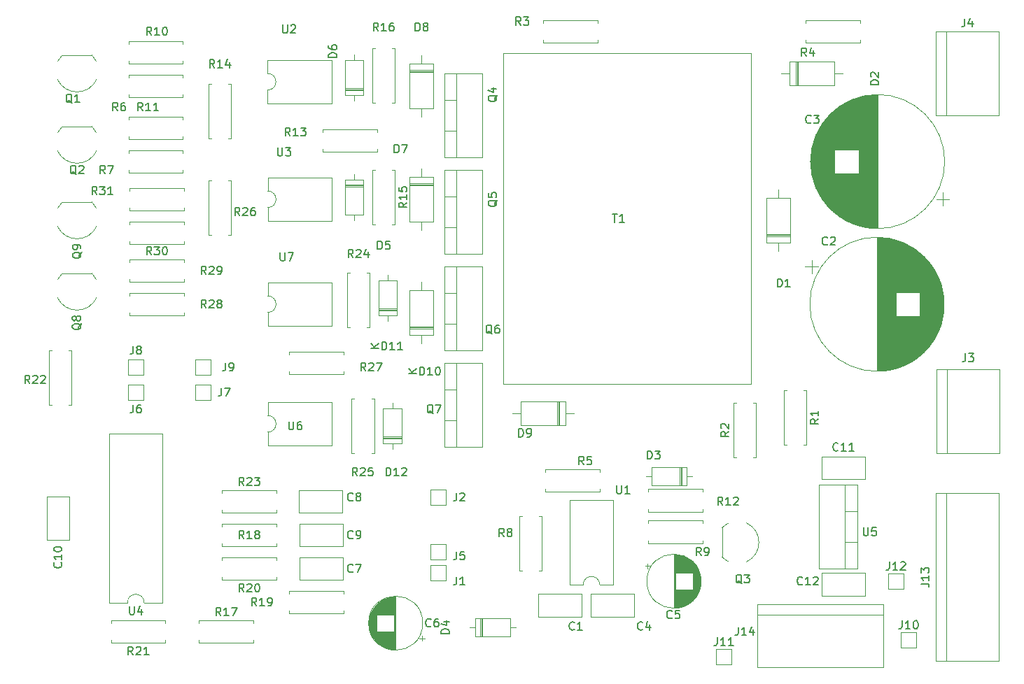
<source format=gbr>
%TF.GenerationSoftware,KiCad,Pcbnew,(6.0.7)*%
%TF.CreationDate,2023-11-05T23:44:51-03:00*%
%TF.ProjectId,Puente_H,5075656e-7465-45f4-982e-6b696361645f,v1*%
%TF.SameCoordinates,Original*%
%TF.FileFunction,Legend,Top*%
%TF.FilePolarity,Positive*%
%FSLAX46Y46*%
G04 Gerber Fmt 4.6, Leading zero omitted, Abs format (unit mm)*
G04 Created by KiCad (PCBNEW (6.0.7)) date 2023-11-05 23:44:51*
%MOMM*%
%LPD*%
G01*
G04 APERTURE LIST*
%ADD10C,0.150000*%
%ADD11C,0.120000*%
G04 APERTURE END LIST*
D10*
%TO.C,J14*%
X158624476Y-109781880D02*
X158624476Y-110496166D01*
X158576857Y-110639023D01*
X158481619Y-110734261D01*
X158338761Y-110781880D01*
X158243523Y-110781880D01*
X159624476Y-110781880D02*
X159053047Y-110781880D01*
X159338761Y-110781880D02*
X159338761Y-109781880D01*
X159243523Y-109924738D01*
X159148285Y-110019976D01*
X159053047Y-110067595D01*
X160481619Y-110115214D02*
X160481619Y-110781880D01*
X160243523Y-109734261D02*
X160005428Y-110448547D01*
X160624476Y-110448547D01*
%TO.C,J13*%
X180730380Y-104535023D02*
X181444666Y-104535023D01*
X181587523Y-104582642D01*
X181682761Y-104677880D01*
X181730380Y-104820738D01*
X181730380Y-104915976D01*
X181730380Y-103535023D02*
X181730380Y-104106452D01*
X181730380Y-103820738D02*
X180730380Y-103820738D01*
X180873238Y-103915976D01*
X180968476Y-104011214D01*
X181016095Y-104106452D01*
X180730380Y-103201690D02*
X180730380Y-102582642D01*
X181111333Y-102915976D01*
X181111333Y-102773119D01*
X181158952Y-102677880D01*
X181206571Y-102630261D01*
X181301809Y-102582642D01*
X181539904Y-102582642D01*
X181635142Y-102630261D01*
X181682761Y-102677880D01*
X181730380Y-102773119D01*
X181730380Y-103058833D01*
X181682761Y-103154071D01*
X181635142Y-103201690D01*
%TO.C,J4*%
X186024666Y-36121880D02*
X186024666Y-36836166D01*
X185977047Y-36979023D01*
X185881809Y-37074261D01*
X185738952Y-37121880D01*
X185643714Y-37121880D01*
X186929428Y-36455214D02*
X186929428Y-37121880D01*
X186691333Y-36074261D02*
X186453238Y-36788547D01*
X187072285Y-36788547D01*
%TO.C,J3*%
X186102666Y-76668380D02*
X186102666Y-77382666D01*
X186055047Y-77525523D01*
X185959809Y-77620761D01*
X185816952Y-77668380D01*
X185721714Y-77668380D01*
X186483619Y-76668380D02*
X187102666Y-76668380D01*
X186769333Y-77049333D01*
X186912190Y-77049333D01*
X187007428Y-77096952D01*
X187055047Y-77144571D01*
X187102666Y-77239809D01*
X187102666Y-77477904D01*
X187055047Y-77573142D01*
X187007428Y-77620761D01*
X186912190Y-77668380D01*
X186626476Y-77668380D01*
X186531238Y-77620761D01*
X186483619Y-77573142D01*
%TO.C,Q3*%
X159084761Y-104527119D02*
X158989523Y-104479500D01*
X158894285Y-104384261D01*
X158751428Y-104241404D01*
X158656190Y-104193785D01*
X158560952Y-104193785D01*
X158608571Y-104431880D02*
X158513333Y-104384261D01*
X158418095Y-104289023D01*
X158370476Y-104098547D01*
X158370476Y-103765214D01*
X158418095Y-103574738D01*
X158513333Y-103479500D01*
X158608571Y-103431880D01*
X158799047Y-103431880D01*
X158894285Y-103479500D01*
X158989523Y-103574738D01*
X159037142Y-103765214D01*
X159037142Y-104098547D01*
X158989523Y-104289023D01*
X158894285Y-104384261D01*
X158799047Y-104431880D01*
X158608571Y-104431880D01*
X159370476Y-103431880D02*
X159989523Y-103431880D01*
X159656190Y-103812833D01*
X159799047Y-103812833D01*
X159894285Y-103860452D01*
X159941904Y-103908071D01*
X159989523Y-104003309D01*
X159989523Y-104241404D01*
X159941904Y-104336642D01*
X159894285Y-104384261D01*
X159799047Y-104431880D01*
X159513333Y-104431880D01*
X159418095Y-104384261D01*
X159370476Y-104336642D01*
%TO.C,D4*%
X123691380Y-110559595D02*
X122691380Y-110559595D01*
X122691380Y-110321500D01*
X122739000Y-110178642D01*
X122834238Y-110083404D01*
X122929476Y-110035785D01*
X123119952Y-109988166D01*
X123262809Y-109988166D01*
X123453285Y-110035785D01*
X123548523Y-110083404D01*
X123643761Y-110178642D01*
X123691380Y-110321500D01*
X123691380Y-110559595D01*
X123024714Y-109131023D02*
X123691380Y-109131023D01*
X122643761Y-109369119D02*
X123358047Y-109607214D01*
X123358047Y-108988166D01*
%TO.C,R15*%
X118568380Y-58394357D02*
X118092190Y-58727690D01*
X118568380Y-58965785D02*
X117568380Y-58965785D01*
X117568380Y-58584833D01*
X117616000Y-58489595D01*
X117663619Y-58441976D01*
X117758857Y-58394357D01*
X117901714Y-58394357D01*
X117996952Y-58441976D01*
X118044571Y-58489595D01*
X118092190Y-58584833D01*
X118092190Y-58965785D01*
X118568380Y-57441976D02*
X118568380Y-58013404D01*
X118568380Y-57727690D02*
X117568380Y-57727690D01*
X117711238Y-57822928D01*
X117806476Y-57918166D01*
X117854095Y-58013404D01*
X117568380Y-56537214D02*
X117568380Y-57013404D01*
X118044571Y-57061023D01*
X117996952Y-57013404D01*
X117949333Y-56918166D01*
X117949333Y-56680071D01*
X117996952Y-56584833D01*
X118044571Y-56537214D01*
X118139809Y-56489595D01*
X118377904Y-56489595D01*
X118473142Y-56537214D01*
X118520761Y-56584833D01*
X118568380Y-56680071D01*
X118568380Y-56918166D01*
X118520761Y-57013404D01*
X118473142Y-57061023D01*
%TO.C,R10*%
X87671142Y-38137880D02*
X87337809Y-37661690D01*
X87099714Y-38137880D02*
X87099714Y-37137880D01*
X87480666Y-37137880D01*
X87575904Y-37185500D01*
X87623523Y-37233119D01*
X87671142Y-37328357D01*
X87671142Y-37471214D01*
X87623523Y-37566452D01*
X87575904Y-37614071D01*
X87480666Y-37661690D01*
X87099714Y-37661690D01*
X88623523Y-38137880D02*
X88052095Y-38137880D01*
X88337809Y-38137880D02*
X88337809Y-37137880D01*
X88242571Y-37280738D01*
X88147333Y-37375976D01*
X88052095Y-37423595D01*
X89242571Y-37137880D02*
X89337809Y-37137880D01*
X89433047Y-37185500D01*
X89480666Y-37233119D01*
X89528285Y-37328357D01*
X89575904Y-37518833D01*
X89575904Y-37756928D01*
X89528285Y-37947404D01*
X89480666Y-38042642D01*
X89433047Y-38090261D01*
X89337809Y-38137880D01*
X89242571Y-38137880D01*
X89147333Y-38090261D01*
X89099714Y-38042642D01*
X89052095Y-37947404D01*
X89004476Y-37756928D01*
X89004476Y-37518833D01*
X89052095Y-37328357D01*
X89099714Y-37233119D01*
X89147333Y-37185500D01*
X89242571Y-37137880D01*
%TO.C,C8*%
X112023333Y-94430642D02*
X111975714Y-94478261D01*
X111832857Y-94525880D01*
X111737619Y-94525880D01*
X111594761Y-94478261D01*
X111499523Y-94383023D01*
X111451904Y-94287785D01*
X111404285Y-94097309D01*
X111404285Y-93954452D01*
X111451904Y-93763976D01*
X111499523Y-93668738D01*
X111594761Y-93573500D01*
X111737619Y-93525880D01*
X111832857Y-93525880D01*
X111975714Y-93573500D01*
X112023333Y-93621119D01*
X112594761Y-93954452D02*
X112499523Y-93906833D01*
X112451904Y-93859214D01*
X112404285Y-93763976D01*
X112404285Y-93716357D01*
X112451904Y-93621119D01*
X112499523Y-93573500D01*
X112594761Y-93525880D01*
X112785238Y-93525880D01*
X112880476Y-93573500D01*
X112928095Y-93621119D01*
X112975714Y-93716357D01*
X112975714Y-93763976D01*
X112928095Y-93859214D01*
X112880476Y-93906833D01*
X112785238Y-93954452D01*
X112594761Y-93954452D01*
X112499523Y-94002071D01*
X112451904Y-94049690D01*
X112404285Y-94144928D01*
X112404285Y-94335404D01*
X112451904Y-94430642D01*
X112499523Y-94478261D01*
X112594761Y-94525880D01*
X112785238Y-94525880D01*
X112880476Y-94478261D01*
X112928095Y-94430642D01*
X112975714Y-94335404D01*
X112975714Y-94144928D01*
X112928095Y-94049690D01*
X112880476Y-94002071D01*
X112785238Y-93954452D01*
%TO.C,J7*%
X96108666Y-80825880D02*
X96108666Y-81540166D01*
X96061047Y-81683023D01*
X95965809Y-81778261D01*
X95822952Y-81825880D01*
X95727714Y-81825880D01*
X96489619Y-80825880D02*
X97156285Y-80825880D01*
X96727714Y-81825880D01*
%TO.C,D6*%
X110092380Y-40836595D02*
X109092380Y-40836595D01*
X109092380Y-40598500D01*
X109140000Y-40455642D01*
X109235238Y-40360404D01*
X109330476Y-40312785D01*
X109520952Y-40265166D01*
X109663809Y-40265166D01*
X109854285Y-40312785D01*
X109949523Y-40360404D01*
X110044761Y-40455642D01*
X110092380Y-40598500D01*
X110092380Y-40836595D01*
X109092380Y-39408023D02*
X109092380Y-39598500D01*
X109140000Y-39693738D01*
X109187619Y-39741357D01*
X109330476Y-39836595D01*
X109520952Y-39884214D01*
X109901904Y-39884214D01*
X109997142Y-39836595D01*
X110044761Y-39788976D01*
X110092380Y-39693738D01*
X110092380Y-39503261D01*
X110044761Y-39408023D01*
X109997142Y-39360404D01*
X109901904Y-39312785D01*
X109663809Y-39312785D01*
X109568571Y-39360404D01*
X109520952Y-39408023D01*
X109473333Y-39503261D01*
X109473333Y-39693738D01*
X109520952Y-39788976D01*
X109568571Y-39836595D01*
X109663809Y-39884214D01*
%TO.C,U3*%
X102919095Y-51732880D02*
X102919095Y-52542404D01*
X102966714Y-52637642D01*
X103014333Y-52685261D01*
X103109571Y-52732880D01*
X103300047Y-52732880D01*
X103395285Y-52685261D01*
X103442904Y-52637642D01*
X103490523Y-52542404D01*
X103490523Y-51732880D01*
X103871476Y-51732880D02*
X104490523Y-51732880D01*
X104157190Y-52113833D01*
X104300047Y-52113833D01*
X104395285Y-52161452D01*
X104442904Y-52209071D01*
X104490523Y-52304309D01*
X104490523Y-52542404D01*
X104442904Y-52637642D01*
X104395285Y-52685261D01*
X104300047Y-52732880D01*
X104014333Y-52732880D01*
X103919095Y-52685261D01*
X103871476Y-52637642D01*
%TO.C,U6*%
X104287095Y-84889880D02*
X104287095Y-85699404D01*
X104334714Y-85794642D01*
X104382333Y-85842261D01*
X104477571Y-85889880D01*
X104668047Y-85889880D01*
X104763285Y-85842261D01*
X104810904Y-85794642D01*
X104858523Y-85699404D01*
X104858523Y-84889880D01*
X105763285Y-84889880D02*
X105572809Y-84889880D01*
X105477571Y-84937500D01*
X105429952Y-84985119D01*
X105334714Y-85127976D01*
X105287095Y-85318452D01*
X105287095Y-85699404D01*
X105334714Y-85794642D01*
X105382333Y-85842261D01*
X105477571Y-85889880D01*
X105668047Y-85889880D01*
X105763285Y-85842261D01*
X105810904Y-85794642D01*
X105858523Y-85699404D01*
X105858523Y-85461309D01*
X105810904Y-85366071D01*
X105763285Y-85318452D01*
X105668047Y-85270833D01*
X105477571Y-85270833D01*
X105382333Y-85318452D01*
X105334714Y-85366071D01*
X105287095Y-85461309D01*
%TO.C,U4*%
X85007095Y-107270880D02*
X85007095Y-108080404D01*
X85054714Y-108175642D01*
X85102333Y-108223261D01*
X85197571Y-108270880D01*
X85388047Y-108270880D01*
X85483285Y-108223261D01*
X85530904Y-108175642D01*
X85578523Y-108080404D01*
X85578523Y-107270880D01*
X86483285Y-107604214D02*
X86483285Y-108270880D01*
X86245190Y-107223261D02*
X86007095Y-107937547D01*
X86626142Y-107937547D01*
%TO.C,D1*%
X163394904Y-68617880D02*
X163394904Y-67617880D01*
X163633000Y-67617880D01*
X163775857Y-67665500D01*
X163871095Y-67760738D01*
X163918714Y-67855976D01*
X163966333Y-68046452D01*
X163966333Y-68189309D01*
X163918714Y-68379785D01*
X163871095Y-68475023D01*
X163775857Y-68570261D01*
X163633000Y-68617880D01*
X163394904Y-68617880D01*
X164918714Y-68617880D02*
X164347285Y-68617880D01*
X164633000Y-68617880D02*
X164633000Y-67617880D01*
X164537761Y-67760738D01*
X164442523Y-67855976D01*
X164347285Y-67903595D01*
%TO.C,J10*%
X178436476Y-108997880D02*
X178436476Y-109712166D01*
X178388857Y-109855023D01*
X178293619Y-109950261D01*
X178150761Y-109997880D01*
X178055523Y-109997880D01*
X179436476Y-109997880D02*
X178865047Y-109997880D01*
X179150761Y-109997880D02*
X179150761Y-108997880D01*
X179055523Y-109140738D01*
X178960285Y-109235976D01*
X178865047Y-109283595D01*
X180055523Y-108997880D02*
X180150761Y-108997880D01*
X180246000Y-109045500D01*
X180293619Y-109093119D01*
X180341238Y-109188357D01*
X180388857Y-109378833D01*
X180388857Y-109616928D01*
X180341238Y-109807404D01*
X180293619Y-109902642D01*
X180246000Y-109950261D01*
X180150761Y-109997880D01*
X180055523Y-109997880D01*
X179960285Y-109950261D01*
X179912666Y-109902642D01*
X179865047Y-109807404D01*
X179817428Y-109616928D01*
X179817428Y-109378833D01*
X179865047Y-109188357D01*
X179912666Y-109093119D01*
X179960285Y-109045500D01*
X180055523Y-108997880D01*
%TO.C,D12*%
X116055714Y-91477880D02*
X116055714Y-90477880D01*
X116293809Y-90477880D01*
X116436666Y-90525500D01*
X116531904Y-90620738D01*
X116579523Y-90715976D01*
X116627142Y-90906452D01*
X116627142Y-91049309D01*
X116579523Y-91239785D01*
X116531904Y-91335023D01*
X116436666Y-91430261D01*
X116293809Y-91477880D01*
X116055714Y-91477880D01*
X117579523Y-91477880D02*
X117008095Y-91477880D01*
X117293809Y-91477880D02*
X117293809Y-90477880D01*
X117198571Y-90620738D01*
X117103333Y-90715976D01*
X117008095Y-90763595D01*
X117960476Y-90573119D02*
X118008095Y-90525500D01*
X118103333Y-90477880D01*
X118341428Y-90477880D01*
X118436666Y-90525500D01*
X118484285Y-90573119D01*
X118531904Y-90668357D01*
X118531904Y-90763595D01*
X118484285Y-90906452D01*
X117912857Y-91477880D01*
X118531904Y-91477880D01*
%TO.C,J12*%
X176912476Y-101885880D02*
X176912476Y-102600166D01*
X176864857Y-102743023D01*
X176769619Y-102838261D01*
X176626761Y-102885880D01*
X176531523Y-102885880D01*
X177912476Y-102885880D02*
X177341047Y-102885880D01*
X177626761Y-102885880D02*
X177626761Y-101885880D01*
X177531523Y-102028738D01*
X177436285Y-102123976D01*
X177341047Y-102171595D01*
X178293428Y-101981119D02*
X178341047Y-101933500D01*
X178436285Y-101885880D01*
X178674380Y-101885880D01*
X178769619Y-101933500D01*
X178817238Y-101981119D01*
X178864857Y-102076357D01*
X178864857Y-102171595D01*
X178817238Y-102314452D01*
X178245809Y-102885880D01*
X178864857Y-102885880D01*
%TO.C,R1*%
X168352380Y-84588166D02*
X167876190Y-84921500D01*
X168352380Y-85159595D02*
X167352380Y-85159595D01*
X167352380Y-84778642D01*
X167400000Y-84683404D01*
X167447619Y-84635785D01*
X167542857Y-84588166D01*
X167685714Y-84588166D01*
X167780952Y-84635785D01*
X167828571Y-84683404D01*
X167876190Y-84778642D01*
X167876190Y-85159595D01*
X168352380Y-83635785D02*
X168352380Y-84207214D01*
X168352380Y-83921500D02*
X167352380Y-83921500D01*
X167495238Y-84016738D01*
X167590476Y-84111976D01*
X167638095Y-84207214D01*
%TO.C,C3*%
X167438579Y-48710642D02*
X167390960Y-48758261D01*
X167248103Y-48805880D01*
X167152865Y-48805880D01*
X167010007Y-48758261D01*
X166914769Y-48663023D01*
X166867150Y-48567785D01*
X166819531Y-48377309D01*
X166819531Y-48234452D01*
X166867150Y-48043976D01*
X166914769Y-47948738D01*
X167010007Y-47853500D01*
X167152865Y-47805880D01*
X167248103Y-47805880D01*
X167390960Y-47853500D01*
X167438579Y-47901119D01*
X167771912Y-47805880D02*
X168390960Y-47805880D01*
X168057626Y-48186833D01*
X168200484Y-48186833D01*
X168295722Y-48234452D01*
X168343341Y-48282071D01*
X168390960Y-48377309D01*
X168390960Y-48615404D01*
X168343341Y-48710642D01*
X168295722Y-48758261D01*
X168200484Y-48805880D01*
X167914769Y-48805880D01*
X167819531Y-48758261D01*
X167771912Y-48710642D01*
%TO.C,D3*%
X147646904Y-89445880D02*
X147646904Y-88445880D01*
X147885000Y-88445880D01*
X148027857Y-88493500D01*
X148123095Y-88588738D01*
X148170714Y-88683976D01*
X148218333Y-88874452D01*
X148218333Y-89017309D01*
X148170714Y-89207785D01*
X148123095Y-89303023D01*
X148027857Y-89398261D01*
X147885000Y-89445880D01*
X147646904Y-89445880D01*
X148551666Y-88445880D02*
X149170714Y-88445880D01*
X148837380Y-88826833D01*
X148980238Y-88826833D01*
X149075476Y-88874452D01*
X149123095Y-88922071D01*
X149170714Y-89017309D01*
X149170714Y-89255404D01*
X149123095Y-89350642D01*
X149075476Y-89398261D01*
X148980238Y-89445880D01*
X148694523Y-89445880D01*
X148599285Y-89398261D01*
X148551666Y-89350642D01*
%TO.C,C9*%
X112023333Y-99002642D02*
X111975714Y-99050261D01*
X111832857Y-99097880D01*
X111737619Y-99097880D01*
X111594761Y-99050261D01*
X111499523Y-98955023D01*
X111451904Y-98859785D01*
X111404285Y-98669309D01*
X111404285Y-98526452D01*
X111451904Y-98335976D01*
X111499523Y-98240738D01*
X111594761Y-98145500D01*
X111737619Y-98097880D01*
X111832857Y-98097880D01*
X111975714Y-98145500D01*
X112023333Y-98193119D01*
X112499523Y-99097880D02*
X112690000Y-99097880D01*
X112785238Y-99050261D01*
X112832857Y-99002642D01*
X112928095Y-98859785D01*
X112975714Y-98669309D01*
X112975714Y-98288357D01*
X112928095Y-98193119D01*
X112880476Y-98145500D01*
X112785238Y-98097880D01*
X112594761Y-98097880D01*
X112499523Y-98145500D01*
X112451904Y-98193119D01*
X112404285Y-98288357D01*
X112404285Y-98526452D01*
X112451904Y-98621690D01*
X112499523Y-98669309D01*
X112594761Y-98716928D01*
X112785238Y-98716928D01*
X112880476Y-98669309D01*
X112928095Y-98621690D01*
X112975714Y-98526452D01*
%TO.C,R8*%
X130311333Y-98843880D02*
X129978000Y-98367690D01*
X129739904Y-98843880D02*
X129739904Y-97843880D01*
X130120857Y-97843880D01*
X130216095Y-97891500D01*
X130263714Y-97939119D01*
X130311333Y-98034357D01*
X130311333Y-98177214D01*
X130263714Y-98272452D01*
X130216095Y-98320071D01*
X130120857Y-98367690D01*
X129739904Y-98367690D01*
X130882761Y-98272452D02*
X130787523Y-98224833D01*
X130739904Y-98177214D01*
X130692285Y-98081976D01*
X130692285Y-98034357D01*
X130739904Y-97939119D01*
X130787523Y-97891500D01*
X130882761Y-97843880D01*
X131073238Y-97843880D01*
X131168476Y-97891500D01*
X131216095Y-97939119D01*
X131263714Y-98034357D01*
X131263714Y-98081976D01*
X131216095Y-98177214D01*
X131168476Y-98224833D01*
X131073238Y-98272452D01*
X130882761Y-98272452D01*
X130787523Y-98320071D01*
X130739904Y-98367690D01*
X130692285Y-98462928D01*
X130692285Y-98653404D01*
X130739904Y-98748642D01*
X130787523Y-98796261D01*
X130882761Y-98843880D01*
X131073238Y-98843880D01*
X131168476Y-98796261D01*
X131216095Y-98748642D01*
X131263714Y-98653404D01*
X131263714Y-98462928D01*
X131216095Y-98367690D01*
X131168476Y-98320071D01*
X131073238Y-98272452D01*
%TO.C,R7*%
X82051333Y-54901880D02*
X81718000Y-54425690D01*
X81479904Y-54901880D02*
X81479904Y-53901880D01*
X81860857Y-53901880D01*
X81956095Y-53949500D01*
X82003714Y-53997119D01*
X82051333Y-54092357D01*
X82051333Y-54235214D01*
X82003714Y-54330452D01*
X81956095Y-54378071D01*
X81860857Y-54425690D01*
X81479904Y-54425690D01*
X82384666Y-53901880D02*
X83051333Y-53901880D01*
X82622761Y-54901880D01*
%TO.C,R23*%
X98847142Y-92663880D02*
X98513809Y-92187690D01*
X98275714Y-92663880D02*
X98275714Y-91663880D01*
X98656666Y-91663880D01*
X98751904Y-91711500D01*
X98799523Y-91759119D01*
X98847142Y-91854357D01*
X98847142Y-91997214D01*
X98799523Y-92092452D01*
X98751904Y-92140071D01*
X98656666Y-92187690D01*
X98275714Y-92187690D01*
X99228095Y-91759119D02*
X99275714Y-91711500D01*
X99370952Y-91663880D01*
X99609047Y-91663880D01*
X99704285Y-91711500D01*
X99751904Y-91759119D01*
X99799523Y-91854357D01*
X99799523Y-91949595D01*
X99751904Y-92092452D01*
X99180476Y-92663880D01*
X99799523Y-92663880D01*
X100132857Y-91663880D02*
X100751904Y-91663880D01*
X100418571Y-92044833D01*
X100561428Y-92044833D01*
X100656666Y-92092452D01*
X100704285Y-92140071D01*
X100751904Y-92235309D01*
X100751904Y-92473404D01*
X100704285Y-92568642D01*
X100656666Y-92616261D01*
X100561428Y-92663880D01*
X100275714Y-92663880D01*
X100180476Y-92616261D01*
X100132857Y-92568642D01*
%TO.C,R18*%
X98847142Y-99097880D02*
X98513809Y-98621690D01*
X98275714Y-99097880D02*
X98275714Y-98097880D01*
X98656666Y-98097880D01*
X98751904Y-98145500D01*
X98799523Y-98193119D01*
X98847142Y-98288357D01*
X98847142Y-98431214D01*
X98799523Y-98526452D01*
X98751904Y-98574071D01*
X98656666Y-98621690D01*
X98275714Y-98621690D01*
X99799523Y-99097880D02*
X99228095Y-99097880D01*
X99513809Y-99097880D02*
X99513809Y-98097880D01*
X99418571Y-98240738D01*
X99323333Y-98335976D01*
X99228095Y-98383595D01*
X100370952Y-98526452D02*
X100275714Y-98478833D01*
X100228095Y-98431214D01*
X100180476Y-98335976D01*
X100180476Y-98288357D01*
X100228095Y-98193119D01*
X100275714Y-98145500D01*
X100370952Y-98097880D01*
X100561428Y-98097880D01*
X100656666Y-98145500D01*
X100704285Y-98193119D01*
X100751904Y-98288357D01*
X100751904Y-98335976D01*
X100704285Y-98431214D01*
X100656666Y-98478833D01*
X100561428Y-98526452D01*
X100370952Y-98526452D01*
X100275714Y-98574071D01*
X100228095Y-98621690D01*
X100180476Y-98716928D01*
X100180476Y-98907404D01*
X100228095Y-99002642D01*
X100275714Y-99050261D01*
X100370952Y-99097880D01*
X100561428Y-99097880D01*
X100656666Y-99050261D01*
X100704285Y-99002642D01*
X100751904Y-98907404D01*
X100751904Y-98716928D01*
X100704285Y-98621690D01*
X100656666Y-98574071D01*
X100561428Y-98526452D01*
%TO.C,U1*%
X143940095Y-92636880D02*
X143940095Y-93446404D01*
X143987714Y-93541642D01*
X144035333Y-93589261D01*
X144130571Y-93636880D01*
X144321047Y-93636880D01*
X144416285Y-93589261D01*
X144463904Y-93541642D01*
X144511523Y-93446404D01*
X144511523Y-92636880D01*
X145511523Y-93636880D02*
X144940095Y-93636880D01*
X145225809Y-93636880D02*
X145225809Y-92636880D01*
X145130571Y-92779738D01*
X145035333Y-92874976D01*
X144940095Y-92922595D01*
%TO.C,R4*%
X166887333Y-40677880D02*
X166554000Y-40201690D01*
X166315904Y-40677880D02*
X166315904Y-39677880D01*
X166696857Y-39677880D01*
X166792095Y-39725500D01*
X166839714Y-39773119D01*
X166887333Y-39868357D01*
X166887333Y-40011214D01*
X166839714Y-40106452D01*
X166792095Y-40154071D01*
X166696857Y-40201690D01*
X166315904Y-40201690D01*
X167744476Y-40011214D02*
X167744476Y-40677880D01*
X167506380Y-39630261D02*
X167268285Y-40344547D01*
X167887333Y-40344547D01*
%TO.C,C2*%
X169427333Y-63442642D02*
X169379714Y-63490261D01*
X169236857Y-63537880D01*
X169141619Y-63537880D01*
X168998761Y-63490261D01*
X168903523Y-63395023D01*
X168855904Y-63299785D01*
X168808285Y-63109309D01*
X168808285Y-62966452D01*
X168855904Y-62775976D01*
X168903523Y-62680738D01*
X168998761Y-62585500D01*
X169141619Y-62537880D01*
X169236857Y-62537880D01*
X169379714Y-62585500D01*
X169427333Y-62633119D01*
X169808285Y-62633119D02*
X169855904Y-62585500D01*
X169951142Y-62537880D01*
X170189238Y-62537880D01*
X170284476Y-62585500D01*
X170332095Y-62633119D01*
X170379714Y-62728357D01*
X170379714Y-62823595D01*
X170332095Y-62966452D01*
X169760666Y-63537880D01*
X170379714Y-63537880D01*
%TO.C,R29*%
X94275142Y-67093880D02*
X93941809Y-66617690D01*
X93703714Y-67093880D02*
X93703714Y-66093880D01*
X94084666Y-66093880D01*
X94179904Y-66141500D01*
X94227523Y-66189119D01*
X94275142Y-66284357D01*
X94275142Y-66427214D01*
X94227523Y-66522452D01*
X94179904Y-66570071D01*
X94084666Y-66617690D01*
X93703714Y-66617690D01*
X94656095Y-66189119D02*
X94703714Y-66141500D01*
X94798952Y-66093880D01*
X95037047Y-66093880D01*
X95132285Y-66141500D01*
X95179904Y-66189119D01*
X95227523Y-66284357D01*
X95227523Y-66379595D01*
X95179904Y-66522452D01*
X94608476Y-67093880D01*
X95227523Y-67093880D01*
X95703714Y-67093880D02*
X95894190Y-67093880D01*
X95989428Y-67046261D01*
X96037047Y-66998642D01*
X96132285Y-66855785D01*
X96179904Y-66665309D01*
X96179904Y-66284357D01*
X96132285Y-66189119D01*
X96084666Y-66141500D01*
X95989428Y-66093880D01*
X95798952Y-66093880D01*
X95703714Y-66141500D01*
X95656095Y-66189119D01*
X95608476Y-66284357D01*
X95608476Y-66522452D01*
X95656095Y-66617690D01*
X95703714Y-66665309D01*
X95798952Y-66712928D01*
X95989428Y-66712928D01*
X96084666Y-66665309D01*
X96132285Y-66617690D01*
X96179904Y-66522452D01*
%TO.C,R2*%
X157516380Y-86112166D02*
X157040190Y-86445500D01*
X157516380Y-86683595D02*
X156516380Y-86683595D01*
X156516380Y-86302642D01*
X156564000Y-86207404D01*
X156611619Y-86159785D01*
X156706857Y-86112166D01*
X156849714Y-86112166D01*
X156944952Y-86159785D01*
X156992571Y-86207404D01*
X157040190Y-86302642D01*
X157040190Y-86683595D01*
X156611619Y-85731214D02*
X156564000Y-85683595D01*
X156516380Y-85588357D01*
X156516380Y-85350261D01*
X156564000Y-85255023D01*
X156611619Y-85207404D01*
X156706857Y-85159785D01*
X156802095Y-85159785D01*
X156944952Y-85207404D01*
X157516380Y-85778833D01*
X157516380Y-85159785D01*
%TO.C,R11*%
X86597642Y-47291880D02*
X86264309Y-46815690D01*
X86026214Y-47291880D02*
X86026214Y-46291880D01*
X86407166Y-46291880D01*
X86502404Y-46339500D01*
X86550023Y-46387119D01*
X86597642Y-46482357D01*
X86597642Y-46625214D01*
X86550023Y-46720452D01*
X86502404Y-46768071D01*
X86407166Y-46815690D01*
X86026214Y-46815690D01*
X87550023Y-47291880D02*
X86978595Y-47291880D01*
X87264309Y-47291880D02*
X87264309Y-46291880D01*
X87169071Y-46434738D01*
X87073833Y-46529976D01*
X86978595Y-46577595D01*
X88502404Y-47291880D02*
X87930976Y-47291880D01*
X88216690Y-47291880D02*
X88216690Y-46291880D01*
X88121452Y-46434738D01*
X88026214Y-46529976D01*
X87930976Y-46577595D01*
%TO.C,R6*%
X83575333Y-47281880D02*
X83242000Y-46805690D01*
X83003904Y-47281880D02*
X83003904Y-46281880D01*
X83384857Y-46281880D01*
X83480095Y-46329500D01*
X83527714Y-46377119D01*
X83575333Y-46472357D01*
X83575333Y-46615214D01*
X83527714Y-46710452D01*
X83480095Y-46758071D01*
X83384857Y-46805690D01*
X83003904Y-46805690D01*
X84432476Y-46281880D02*
X84242000Y-46281880D01*
X84146761Y-46329500D01*
X84099142Y-46377119D01*
X84003904Y-46519976D01*
X83956285Y-46710452D01*
X83956285Y-47091404D01*
X84003904Y-47186642D01*
X84051523Y-47234261D01*
X84146761Y-47281880D01*
X84337238Y-47281880D01*
X84432476Y-47234261D01*
X84480095Y-47186642D01*
X84527714Y-47091404D01*
X84527714Y-46853309D01*
X84480095Y-46758071D01*
X84432476Y-46710452D01*
X84337238Y-46662833D01*
X84146761Y-46662833D01*
X84051523Y-46710452D01*
X84003904Y-46758071D01*
X83956285Y-46853309D01*
%TO.C,R17*%
X96053142Y-108411880D02*
X95719809Y-107935690D01*
X95481714Y-108411880D02*
X95481714Y-107411880D01*
X95862666Y-107411880D01*
X95957904Y-107459500D01*
X96005523Y-107507119D01*
X96053142Y-107602357D01*
X96053142Y-107745214D01*
X96005523Y-107840452D01*
X95957904Y-107888071D01*
X95862666Y-107935690D01*
X95481714Y-107935690D01*
X97005523Y-108411880D02*
X96434095Y-108411880D01*
X96719809Y-108411880D02*
X96719809Y-107411880D01*
X96624571Y-107554738D01*
X96529333Y-107649976D01*
X96434095Y-107697595D01*
X97338857Y-107411880D02*
X98005523Y-107411880D01*
X97576952Y-108411880D01*
%TO.C,R24*%
X112055142Y-65061880D02*
X111721809Y-64585690D01*
X111483714Y-65061880D02*
X111483714Y-64061880D01*
X111864666Y-64061880D01*
X111959904Y-64109500D01*
X112007523Y-64157119D01*
X112055142Y-64252357D01*
X112055142Y-64395214D01*
X112007523Y-64490452D01*
X111959904Y-64538071D01*
X111864666Y-64585690D01*
X111483714Y-64585690D01*
X112436095Y-64157119D02*
X112483714Y-64109500D01*
X112578952Y-64061880D01*
X112817047Y-64061880D01*
X112912285Y-64109500D01*
X112959904Y-64157119D01*
X113007523Y-64252357D01*
X113007523Y-64347595D01*
X112959904Y-64490452D01*
X112388476Y-65061880D01*
X113007523Y-65061880D01*
X113864666Y-64395214D02*
X113864666Y-65061880D01*
X113626571Y-64014261D02*
X113388476Y-64728547D01*
X114007523Y-64728547D01*
%TO.C,R25*%
X112563142Y-91477880D02*
X112229809Y-91001690D01*
X111991714Y-91477880D02*
X111991714Y-90477880D01*
X112372666Y-90477880D01*
X112467904Y-90525500D01*
X112515523Y-90573119D01*
X112563142Y-90668357D01*
X112563142Y-90811214D01*
X112515523Y-90906452D01*
X112467904Y-90954071D01*
X112372666Y-91001690D01*
X111991714Y-91001690D01*
X112944095Y-90573119D02*
X112991714Y-90525500D01*
X113086952Y-90477880D01*
X113325047Y-90477880D01*
X113420285Y-90525500D01*
X113467904Y-90573119D01*
X113515523Y-90668357D01*
X113515523Y-90763595D01*
X113467904Y-90906452D01*
X112896476Y-91477880D01*
X113515523Y-91477880D01*
X114420285Y-90477880D02*
X113944095Y-90477880D01*
X113896476Y-90954071D01*
X113944095Y-90906452D01*
X114039333Y-90858833D01*
X114277428Y-90858833D01*
X114372666Y-90906452D01*
X114420285Y-90954071D01*
X114467904Y-91049309D01*
X114467904Y-91287404D01*
X114420285Y-91382642D01*
X114372666Y-91430261D01*
X114277428Y-91477880D01*
X114039333Y-91477880D01*
X113944095Y-91430261D01*
X113896476Y-91382642D01*
%TO.C,R3*%
X132343333Y-36932880D02*
X132010000Y-36456690D01*
X131771904Y-36932880D02*
X131771904Y-35932880D01*
X132152857Y-35932880D01*
X132248095Y-35980500D01*
X132295714Y-36028119D01*
X132343333Y-36123357D01*
X132343333Y-36266214D01*
X132295714Y-36361452D01*
X132248095Y-36409071D01*
X132152857Y-36456690D01*
X131771904Y-36456690D01*
X132676666Y-35932880D02*
X133295714Y-35932880D01*
X132962380Y-36313833D01*
X133105238Y-36313833D01*
X133200476Y-36361452D01*
X133248095Y-36409071D01*
X133295714Y-36504309D01*
X133295714Y-36742404D01*
X133248095Y-36837642D01*
X133200476Y-36885261D01*
X133105238Y-36932880D01*
X132819523Y-36932880D01*
X132724285Y-36885261D01*
X132676666Y-36837642D01*
%TO.C,R19*%
X100371142Y-107225880D02*
X100037809Y-106749690D01*
X99799714Y-107225880D02*
X99799714Y-106225880D01*
X100180666Y-106225880D01*
X100275904Y-106273500D01*
X100323523Y-106321119D01*
X100371142Y-106416357D01*
X100371142Y-106559214D01*
X100323523Y-106654452D01*
X100275904Y-106702071D01*
X100180666Y-106749690D01*
X99799714Y-106749690D01*
X101323523Y-107225880D02*
X100752095Y-107225880D01*
X101037809Y-107225880D02*
X101037809Y-106225880D01*
X100942571Y-106368738D01*
X100847333Y-106463976D01*
X100752095Y-106511595D01*
X101799714Y-107225880D02*
X101990190Y-107225880D01*
X102085428Y-107178261D01*
X102133047Y-107130642D01*
X102228285Y-106987785D01*
X102275904Y-106797309D01*
X102275904Y-106416357D01*
X102228285Y-106321119D01*
X102180666Y-106273500D01*
X102085428Y-106225880D01*
X101894952Y-106225880D01*
X101799714Y-106273500D01*
X101752095Y-106321119D01*
X101704476Y-106416357D01*
X101704476Y-106654452D01*
X101752095Y-106749690D01*
X101799714Y-106797309D01*
X101894952Y-106844928D01*
X102085428Y-106844928D01*
X102180666Y-106797309D01*
X102228285Y-106749690D01*
X102275904Y-106654452D01*
%TO.C,Q2*%
X78566761Y-54997119D02*
X78471523Y-54949500D01*
X78376285Y-54854261D01*
X78233428Y-54711404D01*
X78138190Y-54663785D01*
X78042952Y-54663785D01*
X78090571Y-54901880D02*
X77995333Y-54854261D01*
X77900095Y-54759023D01*
X77852476Y-54568547D01*
X77852476Y-54235214D01*
X77900095Y-54044738D01*
X77995333Y-53949500D01*
X78090571Y-53901880D01*
X78281047Y-53901880D01*
X78376285Y-53949500D01*
X78471523Y-54044738D01*
X78519142Y-54235214D01*
X78519142Y-54568547D01*
X78471523Y-54759023D01*
X78376285Y-54854261D01*
X78281047Y-54901880D01*
X78090571Y-54901880D01*
X78900095Y-53997119D02*
X78947714Y-53949500D01*
X79042952Y-53901880D01*
X79281047Y-53901880D01*
X79376285Y-53949500D01*
X79423904Y-53997119D01*
X79471523Y-54092357D01*
X79471523Y-54187595D01*
X79423904Y-54330452D01*
X78852476Y-54901880D01*
X79471523Y-54901880D01*
%TO.C,Q7*%
X121746761Y-83953119D02*
X121651523Y-83905500D01*
X121556285Y-83810261D01*
X121413428Y-83667404D01*
X121318190Y-83619785D01*
X121222952Y-83619785D01*
X121270571Y-83857880D02*
X121175333Y-83810261D01*
X121080095Y-83715023D01*
X121032476Y-83524547D01*
X121032476Y-83191214D01*
X121080095Y-83000738D01*
X121175333Y-82905500D01*
X121270571Y-82857880D01*
X121461047Y-82857880D01*
X121556285Y-82905500D01*
X121651523Y-83000738D01*
X121699142Y-83191214D01*
X121699142Y-83524547D01*
X121651523Y-83715023D01*
X121556285Y-83810261D01*
X121461047Y-83857880D01*
X121270571Y-83857880D01*
X122032476Y-82857880D02*
X122699142Y-82857880D01*
X122270571Y-83857880D01*
%TO.C,J2*%
X124556666Y-93525880D02*
X124556666Y-94240166D01*
X124509047Y-94383023D01*
X124413809Y-94478261D01*
X124270952Y-94525880D01*
X124175714Y-94525880D01*
X124985238Y-93621119D02*
X125032857Y-93573500D01*
X125128095Y-93525880D01*
X125366190Y-93525880D01*
X125461428Y-93573500D01*
X125509047Y-93621119D01*
X125556666Y-93716357D01*
X125556666Y-93811595D01*
X125509047Y-93954452D01*
X124937619Y-94525880D01*
X125556666Y-94525880D01*
%TO.C,J1*%
X124556666Y-103685880D02*
X124556666Y-104400166D01*
X124509047Y-104543023D01*
X124413809Y-104638261D01*
X124270952Y-104685880D01*
X124175714Y-104685880D01*
X125556666Y-104685880D02*
X124985238Y-104685880D01*
X125270952Y-104685880D02*
X125270952Y-103685880D01*
X125175714Y-103828738D01*
X125080476Y-103923976D01*
X124985238Y-103971595D01*
%TO.C,R14*%
X95291142Y-42074880D02*
X94957809Y-41598690D01*
X94719714Y-42074880D02*
X94719714Y-41074880D01*
X95100666Y-41074880D01*
X95195904Y-41122500D01*
X95243523Y-41170119D01*
X95291142Y-41265357D01*
X95291142Y-41408214D01*
X95243523Y-41503452D01*
X95195904Y-41551071D01*
X95100666Y-41598690D01*
X94719714Y-41598690D01*
X96243523Y-42074880D02*
X95672095Y-42074880D01*
X95957809Y-42074880D02*
X95957809Y-41074880D01*
X95862571Y-41217738D01*
X95767333Y-41312976D01*
X95672095Y-41360595D01*
X97100666Y-41408214D02*
X97100666Y-42074880D01*
X96862571Y-41027261D02*
X96624476Y-41741547D01*
X97243523Y-41741547D01*
%TO.C,R5*%
X139963333Y-90123880D02*
X139630000Y-89647690D01*
X139391904Y-90123880D02*
X139391904Y-89123880D01*
X139772857Y-89123880D01*
X139868095Y-89171500D01*
X139915714Y-89219119D01*
X139963333Y-89314357D01*
X139963333Y-89457214D01*
X139915714Y-89552452D01*
X139868095Y-89600071D01*
X139772857Y-89647690D01*
X139391904Y-89647690D01*
X140868095Y-89123880D02*
X140391904Y-89123880D01*
X140344285Y-89600071D01*
X140391904Y-89552452D01*
X140487142Y-89504833D01*
X140725238Y-89504833D01*
X140820476Y-89552452D01*
X140868095Y-89600071D01*
X140915714Y-89695309D01*
X140915714Y-89933404D01*
X140868095Y-90028642D01*
X140820476Y-90076261D01*
X140725238Y-90123880D01*
X140487142Y-90123880D01*
X140391904Y-90076261D01*
X140344285Y-90028642D01*
%TO.C,J8*%
X85440666Y-75745880D02*
X85440666Y-76460166D01*
X85393047Y-76603023D01*
X85297809Y-76698261D01*
X85154952Y-76745880D01*
X85059714Y-76745880D01*
X86059714Y-76174452D02*
X85964476Y-76126833D01*
X85916857Y-76079214D01*
X85869238Y-75983976D01*
X85869238Y-75936357D01*
X85916857Y-75841119D01*
X85964476Y-75793500D01*
X86059714Y-75745880D01*
X86250190Y-75745880D01*
X86345428Y-75793500D01*
X86393047Y-75841119D01*
X86440666Y-75936357D01*
X86440666Y-75983976D01*
X86393047Y-76079214D01*
X86345428Y-76126833D01*
X86250190Y-76174452D01*
X86059714Y-76174452D01*
X85964476Y-76222071D01*
X85916857Y-76269690D01*
X85869238Y-76364928D01*
X85869238Y-76555404D01*
X85916857Y-76650642D01*
X85964476Y-76698261D01*
X86059714Y-76745880D01*
X86250190Y-76745880D01*
X86345428Y-76698261D01*
X86393047Y-76650642D01*
X86440666Y-76555404D01*
X86440666Y-76364928D01*
X86393047Y-76269690D01*
X86345428Y-76222071D01*
X86250190Y-76174452D01*
%TO.C,D5*%
X115007904Y-64045880D02*
X115007904Y-63045880D01*
X115246000Y-63045880D01*
X115388857Y-63093500D01*
X115484095Y-63188738D01*
X115531714Y-63283976D01*
X115579333Y-63474452D01*
X115579333Y-63617309D01*
X115531714Y-63807785D01*
X115484095Y-63903023D01*
X115388857Y-63998261D01*
X115246000Y-64045880D01*
X115007904Y-64045880D01*
X116484095Y-63045880D02*
X116007904Y-63045880D01*
X115960285Y-63522071D01*
X116007904Y-63474452D01*
X116103142Y-63426833D01*
X116341238Y-63426833D01*
X116436476Y-63474452D01*
X116484095Y-63522071D01*
X116531714Y-63617309D01*
X116531714Y-63855404D01*
X116484095Y-63950642D01*
X116436476Y-63998261D01*
X116341238Y-64045880D01*
X116103142Y-64045880D01*
X116007904Y-63998261D01*
X115960285Y-63950642D01*
%TO.C,D8*%
X119579904Y-37629880D02*
X119579904Y-36629880D01*
X119818000Y-36629880D01*
X119960857Y-36677500D01*
X120056095Y-36772738D01*
X120103714Y-36867976D01*
X120151333Y-37058452D01*
X120151333Y-37201309D01*
X120103714Y-37391785D01*
X120056095Y-37487023D01*
X119960857Y-37582261D01*
X119818000Y-37629880D01*
X119579904Y-37629880D01*
X120722761Y-37058452D02*
X120627523Y-37010833D01*
X120579904Y-36963214D01*
X120532285Y-36867976D01*
X120532285Y-36820357D01*
X120579904Y-36725119D01*
X120627523Y-36677500D01*
X120722761Y-36629880D01*
X120913238Y-36629880D01*
X121008476Y-36677500D01*
X121056095Y-36725119D01*
X121103714Y-36820357D01*
X121103714Y-36867976D01*
X121056095Y-36963214D01*
X121008476Y-37010833D01*
X120913238Y-37058452D01*
X120722761Y-37058452D01*
X120627523Y-37106071D01*
X120579904Y-37153690D01*
X120532285Y-37248928D01*
X120532285Y-37439404D01*
X120579904Y-37534642D01*
X120627523Y-37582261D01*
X120722761Y-37629880D01*
X120913238Y-37629880D01*
X121008476Y-37582261D01*
X121056095Y-37534642D01*
X121103714Y-37439404D01*
X121103714Y-37248928D01*
X121056095Y-37153690D01*
X121008476Y-37106071D01*
X120913238Y-37058452D01*
%TO.C,R26*%
X98339142Y-59981880D02*
X98005809Y-59505690D01*
X97767714Y-59981880D02*
X97767714Y-58981880D01*
X98148666Y-58981880D01*
X98243904Y-59029500D01*
X98291523Y-59077119D01*
X98339142Y-59172357D01*
X98339142Y-59315214D01*
X98291523Y-59410452D01*
X98243904Y-59458071D01*
X98148666Y-59505690D01*
X97767714Y-59505690D01*
X98720095Y-59077119D02*
X98767714Y-59029500D01*
X98862952Y-58981880D01*
X99101047Y-58981880D01*
X99196285Y-59029500D01*
X99243904Y-59077119D01*
X99291523Y-59172357D01*
X99291523Y-59267595D01*
X99243904Y-59410452D01*
X98672476Y-59981880D01*
X99291523Y-59981880D01*
X100148666Y-58981880D02*
X99958190Y-58981880D01*
X99862952Y-59029500D01*
X99815333Y-59077119D01*
X99720095Y-59219976D01*
X99672476Y-59410452D01*
X99672476Y-59791404D01*
X99720095Y-59886642D01*
X99767714Y-59934261D01*
X99862952Y-59981880D01*
X100053428Y-59981880D01*
X100148666Y-59934261D01*
X100196285Y-59886642D01*
X100243904Y-59791404D01*
X100243904Y-59553309D01*
X100196285Y-59458071D01*
X100148666Y-59410452D01*
X100053428Y-59362833D01*
X99862952Y-59362833D01*
X99767714Y-59410452D01*
X99720095Y-59458071D01*
X99672476Y-59553309D01*
%TO.C,D11*%
X115547714Y-76237880D02*
X115547714Y-75237880D01*
X115785809Y-75237880D01*
X115928666Y-75285500D01*
X116023904Y-75380738D01*
X116071523Y-75475976D01*
X116119142Y-75666452D01*
X116119142Y-75809309D01*
X116071523Y-75999785D01*
X116023904Y-76095023D01*
X115928666Y-76190261D01*
X115785809Y-76237880D01*
X115547714Y-76237880D01*
X117071523Y-76237880D02*
X116500095Y-76237880D01*
X116785809Y-76237880D02*
X116785809Y-75237880D01*
X116690571Y-75380738D01*
X116595333Y-75475976D01*
X116500095Y-75523595D01*
X118023904Y-76237880D02*
X117452476Y-76237880D01*
X117738190Y-76237880D02*
X117738190Y-75237880D01*
X117642952Y-75380738D01*
X117547714Y-75475976D01*
X117452476Y-75523595D01*
X115182380Y-76047404D02*
X114182380Y-76047404D01*
X115182380Y-75475976D02*
X114610952Y-75904547D01*
X114182380Y-75475976D02*
X114753809Y-76047404D01*
%TO.C,R21*%
X85430142Y-113151880D02*
X85096809Y-112675690D01*
X84858714Y-113151880D02*
X84858714Y-112151880D01*
X85239666Y-112151880D01*
X85334904Y-112199500D01*
X85382523Y-112247119D01*
X85430142Y-112342357D01*
X85430142Y-112485214D01*
X85382523Y-112580452D01*
X85334904Y-112628071D01*
X85239666Y-112675690D01*
X84858714Y-112675690D01*
X85811095Y-112247119D02*
X85858714Y-112199500D01*
X85953952Y-112151880D01*
X86192047Y-112151880D01*
X86287285Y-112199500D01*
X86334904Y-112247119D01*
X86382523Y-112342357D01*
X86382523Y-112437595D01*
X86334904Y-112580452D01*
X85763476Y-113151880D01*
X86382523Y-113151880D01*
X87334904Y-113151880D02*
X86763476Y-113151880D01*
X87049190Y-113151880D02*
X87049190Y-112151880D01*
X86953952Y-112294738D01*
X86858714Y-112389976D01*
X86763476Y-112437595D01*
%TO.C,J11*%
X156084476Y-111029880D02*
X156084476Y-111744166D01*
X156036857Y-111887023D01*
X155941619Y-111982261D01*
X155798761Y-112029880D01*
X155703523Y-112029880D01*
X157084476Y-112029880D02*
X156513047Y-112029880D01*
X156798761Y-112029880D02*
X156798761Y-111029880D01*
X156703523Y-111172738D01*
X156608285Y-111267976D01*
X156513047Y-111315595D01*
X158036857Y-112029880D02*
X157465428Y-112029880D01*
X157751142Y-112029880D02*
X157751142Y-111029880D01*
X157655904Y-111172738D01*
X157560666Y-111267976D01*
X157465428Y-111315595D01*
%TO.C,R20*%
X98847142Y-105531880D02*
X98513809Y-105055690D01*
X98275714Y-105531880D02*
X98275714Y-104531880D01*
X98656666Y-104531880D01*
X98751904Y-104579500D01*
X98799523Y-104627119D01*
X98847142Y-104722357D01*
X98847142Y-104865214D01*
X98799523Y-104960452D01*
X98751904Y-105008071D01*
X98656666Y-105055690D01*
X98275714Y-105055690D01*
X99228095Y-104627119D02*
X99275714Y-104579500D01*
X99370952Y-104531880D01*
X99609047Y-104531880D01*
X99704285Y-104579500D01*
X99751904Y-104627119D01*
X99799523Y-104722357D01*
X99799523Y-104817595D01*
X99751904Y-104960452D01*
X99180476Y-105531880D01*
X99799523Y-105531880D01*
X100418571Y-104531880D02*
X100513809Y-104531880D01*
X100609047Y-104579500D01*
X100656666Y-104627119D01*
X100704285Y-104722357D01*
X100751904Y-104912833D01*
X100751904Y-105150928D01*
X100704285Y-105341404D01*
X100656666Y-105436642D01*
X100609047Y-105484261D01*
X100513809Y-105531880D01*
X100418571Y-105531880D01*
X100323333Y-105484261D01*
X100275714Y-105436642D01*
X100228095Y-105341404D01*
X100180476Y-105150928D01*
X100180476Y-104912833D01*
X100228095Y-104722357D01*
X100275714Y-104627119D01*
X100323333Y-104579500D01*
X100418571Y-104531880D01*
%TO.C,Q9*%
X79209619Y-64393238D02*
X79162000Y-64488476D01*
X79066761Y-64583714D01*
X78923904Y-64726571D01*
X78876285Y-64821809D01*
X78876285Y-64917047D01*
X79114380Y-64869428D02*
X79066761Y-64964666D01*
X78971523Y-65059904D01*
X78781047Y-65107523D01*
X78447714Y-65107523D01*
X78257238Y-65059904D01*
X78162000Y-64964666D01*
X78114380Y-64869428D01*
X78114380Y-64678952D01*
X78162000Y-64583714D01*
X78257238Y-64488476D01*
X78447714Y-64440857D01*
X78781047Y-64440857D01*
X78971523Y-64488476D01*
X79066761Y-64583714D01*
X79114380Y-64678952D01*
X79114380Y-64869428D01*
X79114380Y-63964666D02*
X79114380Y-63774190D01*
X79066761Y-63678952D01*
X79019142Y-63631333D01*
X78876285Y-63536095D01*
X78685809Y-63488476D01*
X78304857Y-63488476D01*
X78209619Y-63536095D01*
X78162000Y-63583714D01*
X78114380Y-63678952D01*
X78114380Y-63869428D01*
X78162000Y-63964666D01*
X78209619Y-64012285D01*
X78304857Y-64059904D01*
X78542952Y-64059904D01*
X78638190Y-64012285D01*
X78685809Y-63964666D01*
X78733428Y-63869428D01*
X78733428Y-63678952D01*
X78685809Y-63583714D01*
X78638190Y-63536095D01*
X78542952Y-63488476D01*
%TO.C,D9*%
X132089404Y-86765880D02*
X132089404Y-85765880D01*
X132327500Y-85765880D01*
X132470357Y-85813500D01*
X132565595Y-85908738D01*
X132613214Y-86003976D01*
X132660833Y-86194452D01*
X132660833Y-86337309D01*
X132613214Y-86527785D01*
X132565595Y-86623023D01*
X132470357Y-86718261D01*
X132327500Y-86765880D01*
X132089404Y-86765880D01*
X133137023Y-86765880D02*
X133327500Y-86765880D01*
X133422738Y-86718261D01*
X133470357Y-86670642D01*
X133565595Y-86527785D01*
X133613214Y-86337309D01*
X133613214Y-85956357D01*
X133565595Y-85861119D01*
X133517976Y-85813500D01*
X133422738Y-85765880D01*
X133232261Y-85765880D01*
X133137023Y-85813500D01*
X133089404Y-85861119D01*
X133041785Y-85956357D01*
X133041785Y-86194452D01*
X133089404Y-86289690D01*
X133137023Y-86337309D01*
X133232261Y-86384928D01*
X133422738Y-86384928D01*
X133517976Y-86337309D01*
X133565595Y-86289690D01*
X133613214Y-86194452D01*
%TO.C,D10*%
X120119714Y-79285880D02*
X120119714Y-78285880D01*
X120357809Y-78285880D01*
X120500666Y-78333500D01*
X120595904Y-78428738D01*
X120643523Y-78523976D01*
X120691142Y-78714452D01*
X120691142Y-78857309D01*
X120643523Y-79047785D01*
X120595904Y-79143023D01*
X120500666Y-79238261D01*
X120357809Y-79285880D01*
X120119714Y-79285880D01*
X121643523Y-79285880D02*
X121072095Y-79285880D01*
X121357809Y-79285880D02*
X121357809Y-78285880D01*
X121262571Y-78428738D01*
X121167333Y-78523976D01*
X121072095Y-78571595D01*
X122262571Y-78285880D02*
X122357809Y-78285880D01*
X122453047Y-78333500D01*
X122500666Y-78381119D01*
X122548285Y-78476357D01*
X122595904Y-78666833D01*
X122595904Y-78904928D01*
X122548285Y-79095404D01*
X122500666Y-79190642D01*
X122453047Y-79238261D01*
X122357809Y-79285880D01*
X122262571Y-79285880D01*
X122167333Y-79238261D01*
X122119714Y-79190642D01*
X122072095Y-79095404D01*
X122024476Y-78904928D01*
X122024476Y-78666833D01*
X122072095Y-78476357D01*
X122119714Y-78381119D01*
X122167333Y-78333500D01*
X122262571Y-78285880D01*
X119754380Y-79095404D02*
X118754380Y-79095404D01*
X119754380Y-78523976D02*
X119182952Y-78952547D01*
X118754380Y-78523976D02*
X119325809Y-79095404D01*
%TO.C,Q8*%
X79199619Y-73029238D02*
X79152000Y-73124476D01*
X79056761Y-73219714D01*
X78913904Y-73362571D01*
X78866285Y-73457809D01*
X78866285Y-73553047D01*
X79104380Y-73505428D02*
X79056761Y-73600666D01*
X78961523Y-73695904D01*
X78771047Y-73743523D01*
X78437714Y-73743523D01*
X78247238Y-73695904D01*
X78152000Y-73600666D01*
X78104380Y-73505428D01*
X78104380Y-73314952D01*
X78152000Y-73219714D01*
X78247238Y-73124476D01*
X78437714Y-73076857D01*
X78771047Y-73076857D01*
X78961523Y-73124476D01*
X79056761Y-73219714D01*
X79104380Y-73314952D01*
X79104380Y-73505428D01*
X78532952Y-72505428D02*
X78485333Y-72600666D01*
X78437714Y-72648285D01*
X78342476Y-72695904D01*
X78294857Y-72695904D01*
X78199619Y-72648285D01*
X78152000Y-72600666D01*
X78104380Y-72505428D01*
X78104380Y-72314952D01*
X78152000Y-72219714D01*
X78199619Y-72172095D01*
X78294857Y-72124476D01*
X78342476Y-72124476D01*
X78437714Y-72172095D01*
X78485333Y-72219714D01*
X78532952Y-72314952D01*
X78532952Y-72505428D01*
X78580571Y-72600666D01*
X78628190Y-72648285D01*
X78723428Y-72695904D01*
X78913904Y-72695904D01*
X79009142Y-72648285D01*
X79056761Y-72600666D01*
X79104380Y-72505428D01*
X79104380Y-72314952D01*
X79056761Y-72219714D01*
X79009142Y-72172095D01*
X78913904Y-72124476D01*
X78723428Y-72124476D01*
X78628190Y-72172095D01*
X78580571Y-72219714D01*
X78532952Y-72314952D01*
%TO.C,J5*%
X124556666Y-100637880D02*
X124556666Y-101352166D01*
X124509047Y-101495023D01*
X124413809Y-101590261D01*
X124270952Y-101637880D01*
X124175714Y-101637880D01*
X125509047Y-100637880D02*
X125032857Y-100637880D01*
X124985238Y-101114071D01*
X125032857Y-101066452D01*
X125128095Y-101018833D01*
X125366190Y-101018833D01*
X125461428Y-101066452D01*
X125509047Y-101114071D01*
X125556666Y-101209309D01*
X125556666Y-101447404D01*
X125509047Y-101542642D01*
X125461428Y-101590261D01*
X125366190Y-101637880D01*
X125128095Y-101637880D01*
X125032857Y-101590261D01*
X124985238Y-101542642D01*
%TO.C,J6*%
X85440666Y-82857880D02*
X85440666Y-83572166D01*
X85393047Y-83715023D01*
X85297809Y-83810261D01*
X85154952Y-83857880D01*
X85059714Y-83857880D01*
X86345428Y-82857880D02*
X86154952Y-82857880D01*
X86059714Y-82905500D01*
X86012095Y-82953119D01*
X85916857Y-83095976D01*
X85869238Y-83286452D01*
X85869238Y-83667404D01*
X85916857Y-83762642D01*
X85964476Y-83810261D01*
X86059714Y-83857880D01*
X86250190Y-83857880D01*
X86345428Y-83810261D01*
X86393047Y-83762642D01*
X86440666Y-83667404D01*
X86440666Y-83429309D01*
X86393047Y-83334071D01*
X86345428Y-83286452D01*
X86250190Y-83238833D01*
X86059714Y-83238833D01*
X85964476Y-83286452D01*
X85916857Y-83334071D01*
X85869238Y-83429309D01*
%TO.C,C12*%
X166411142Y-104590642D02*
X166363523Y-104638261D01*
X166220666Y-104685880D01*
X166125428Y-104685880D01*
X165982571Y-104638261D01*
X165887333Y-104543023D01*
X165839714Y-104447785D01*
X165792095Y-104257309D01*
X165792095Y-104114452D01*
X165839714Y-103923976D01*
X165887333Y-103828738D01*
X165982571Y-103733500D01*
X166125428Y-103685880D01*
X166220666Y-103685880D01*
X166363523Y-103733500D01*
X166411142Y-103781119D01*
X167363523Y-104685880D02*
X166792095Y-104685880D01*
X167077809Y-104685880D02*
X167077809Y-103685880D01*
X166982571Y-103828738D01*
X166887333Y-103923976D01*
X166792095Y-103971595D01*
X167744476Y-103781119D02*
X167792095Y-103733500D01*
X167887333Y-103685880D01*
X168125428Y-103685880D01*
X168220666Y-103733500D01*
X168268285Y-103781119D01*
X168315904Y-103876357D01*
X168315904Y-103971595D01*
X168268285Y-104114452D01*
X167696857Y-104685880D01*
X168315904Y-104685880D01*
%TO.C,C6*%
X121460712Y-109670642D02*
X121413093Y-109718261D01*
X121270236Y-109765880D01*
X121174998Y-109765880D01*
X121032140Y-109718261D01*
X120936902Y-109623023D01*
X120889283Y-109527785D01*
X120841664Y-109337309D01*
X120841664Y-109194452D01*
X120889283Y-109003976D01*
X120936902Y-108908738D01*
X121032140Y-108813500D01*
X121174998Y-108765880D01*
X121270236Y-108765880D01*
X121413093Y-108813500D01*
X121460712Y-108861119D01*
X122317855Y-108765880D02*
X122127379Y-108765880D01*
X122032140Y-108813500D01*
X121984521Y-108861119D01*
X121889283Y-109003976D01*
X121841664Y-109194452D01*
X121841664Y-109575404D01*
X121889283Y-109670642D01*
X121936902Y-109718261D01*
X122032140Y-109765880D01*
X122222617Y-109765880D01*
X122317855Y-109718261D01*
X122365474Y-109670642D01*
X122413093Y-109575404D01*
X122413093Y-109337309D01*
X122365474Y-109242071D01*
X122317855Y-109194452D01*
X122222617Y-109146833D01*
X122032140Y-109146833D01*
X121936902Y-109194452D01*
X121889283Y-109242071D01*
X121841664Y-109337309D01*
%TO.C,Q6*%
X128858761Y-74301119D02*
X128763523Y-74253500D01*
X128668285Y-74158261D01*
X128525428Y-74015404D01*
X128430190Y-73967785D01*
X128334952Y-73967785D01*
X128382571Y-74205880D02*
X128287333Y-74158261D01*
X128192095Y-74063023D01*
X128144476Y-73872547D01*
X128144476Y-73539214D01*
X128192095Y-73348738D01*
X128287333Y-73253500D01*
X128382571Y-73205880D01*
X128573047Y-73205880D01*
X128668285Y-73253500D01*
X128763523Y-73348738D01*
X128811142Y-73539214D01*
X128811142Y-73872547D01*
X128763523Y-74063023D01*
X128668285Y-74158261D01*
X128573047Y-74205880D01*
X128382571Y-74205880D01*
X129668285Y-73205880D02*
X129477809Y-73205880D01*
X129382571Y-73253500D01*
X129334952Y-73301119D01*
X129239714Y-73443976D01*
X129192095Y-73634452D01*
X129192095Y-74015404D01*
X129239714Y-74110642D01*
X129287333Y-74158261D01*
X129382571Y-74205880D01*
X129573047Y-74205880D01*
X129668285Y-74158261D01*
X129715904Y-74110642D01*
X129763523Y-74015404D01*
X129763523Y-73777309D01*
X129715904Y-73682071D01*
X129668285Y-73634452D01*
X129573047Y-73586833D01*
X129382571Y-73586833D01*
X129287333Y-73634452D01*
X129239714Y-73682071D01*
X129192095Y-73777309D01*
%TO.C,J9*%
X96616666Y-77777880D02*
X96616666Y-78492166D01*
X96569047Y-78635023D01*
X96473809Y-78730261D01*
X96330952Y-78777880D01*
X96235714Y-78777880D01*
X97140476Y-78777880D02*
X97330952Y-78777880D01*
X97426190Y-78730261D01*
X97473809Y-78682642D01*
X97569047Y-78539785D01*
X97616666Y-78349309D01*
X97616666Y-77968357D01*
X97569047Y-77873119D01*
X97521428Y-77825500D01*
X97426190Y-77777880D01*
X97235714Y-77777880D01*
X97140476Y-77825500D01*
X97092857Y-77873119D01*
X97045238Y-77968357D01*
X97045238Y-78206452D01*
X97092857Y-78301690D01*
X97140476Y-78349309D01*
X97235714Y-78396928D01*
X97426190Y-78396928D01*
X97521428Y-78349309D01*
X97569047Y-78301690D01*
X97616666Y-78206452D01*
%TO.C,R27*%
X113579142Y-78777880D02*
X113245809Y-78301690D01*
X113007714Y-78777880D02*
X113007714Y-77777880D01*
X113388666Y-77777880D01*
X113483904Y-77825500D01*
X113531523Y-77873119D01*
X113579142Y-77968357D01*
X113579142Y-78111214D01*
X113531523Y-78206452D01*
X113483904Y-78254071D01*
X113388666Y-78301690D01*
X113007714Y-78301690D01*
X113960095Y-77873119D02*
X114007714Y-77825500D01*
X114102952Y-77777880D01*
X114341047Y-77777880D01*
X114436285Y-77825500D01*
X114483904Y-77873119D01*
X114531523Y-77968357D01*
X114531523Y-78063595D01*
X114483904Y-78206452D01*
X113912476Y-78777880D01*
X114531523Y-78777880D01*
X114864857Y-77777880D02*
X115531523Y-77777880D01*
X115102952Y-78777880D01*
%TO.C,U7*%
X103236595Y-64432880D02*
X103236595Y-65242404D01*
X103284214Y-65337642D01*
X103331833Y-65385261D01*
X103427071Y-65432880D01*
X103617547Y-65432880D01*
X103712785Y-65385261D01*
X103760404Y-65337642D01*
X103808023Y-65242404D01*
X103808023Y-64432880D01*
X104188976Y-64432880D02*
X104855642Y-64432880D01*
X104427071Y-65432880D01*
%TO.C,R13*%
X104435142Y-50329880D02*
X104101809Y-49853690D01*
X103863714Y-50329880D02*
X103863714Y-49329880D01*
X104244666Y-49329880D01*
X104339904Y-49377500D01*
X104387523Y-49425119D01*
X104435142Y-49520357D01*
X104435142Y-49663214D01*
X104387523Y-49758452D01*
X104339904Y-49806071D01*
X104244666Y-49853690D01*
X103863714Y-49853690D01*
X105387523Y-50329880D02*
X104816095Y-50329880D01*
X105101809Y-50329880D02*
X105101809Y-49329880D01*
X105006571Y-49472738D01*
X104911333Y-49567976D01*
X104816095Y-49615595D01*
X105720857Y-49329880D02*
X106339904Y-49329880D01*
X106006571Y-49710833D01*
X106149428Y-49710833D01*
X106244666Y-49758452D01*
X106292285Y-49806071D01*
X106339904Y-49901309D01*
X106339904Y-50139404D01*
X106292285Y-50234642D01*
X106244666Y-50282261D01*
X106149428Y-50329880D01*
X105863714Y-50329880D01*
X105768476Y-50282261D01*
X105720857Y-50234642D01*
%TO.C,C10*%
X76733142Y-101977357D02*
X76780761Y-102024976D01*
X76828380Y-102167833D01*
X76828380Y-102263071D01*
X76780761Y-102405928D01*
X76685523Y-102501166D01*
X76590285Y-102548785D01*
X76399809Y-102596404D01*
X76256952Y-102596404D01*
X76066476Y-102548785D01*
X75971238Y-102501166D01*
X75876000Y-102405928D01*
X75828380Y-102263071D01*
X75828380Y-102167833D01*
X75876000Y-102024976D01*
X75923619Y-101977357D01*
X76828380Y-101024976D02*
X76828380Y-101596404D01*
X76828380Y-101310690D02*
X75828380Y-101310690D01*
X75971238Y-101405928D01*
X76066476Y-101501166D01*
X76114095Y-101596404D01*
X75828380Y-100405928D02*
X75828380Y-100310690D01*
X75876000Y-100215452D01*
X75923619Y-100167833D01*
X76018857Y-100120214D01*
X76209333Y-100072595D01*
X76447428Y-100072595D01*
X76637904Y-100120214D01*
X76733142Y-100167833D01*
X76780761Y-100215452D01*
X76828380Y-100310690D01*
X76828380Y-100405928D01*
X76780761Y-100501166D01*
X76733142Y-100548785D01*
X76637904Y-100596404D01*
X76447428Y-100644023D01*
X76209333Y-100644023D01*
X76018857Y-100596404D01*
X75923619Y-100548785D01*
X75876000Y-100501166D01*
X75828380Y-100405928D01*
%TO.C,R30*%
X87671142Y-64723880D02*
X87337809Y-64247690D01*
X87099714Y-64723880D02*
X87099714Y-63723880D01*
X87480666Y-63723880D01*
X87575904Y-63771500D01*
X87623523Y-63819119D01*
X87671142Y-63914357D01*
X87671142Y-64057214D01*
X87623523Y-64152452D01*
X87575904Y-64200071D01*
X87480666Y-64247690D01*
X87099714Y-64247690D01*
X88004476Y-63723880D02*
X88623523Y-63723880D01*
X88290190Y-64104833D01*
X88433047Y-64104833D01*
X88528285Y-64152452D01*
X88575904Y-64200071D01*
X88623523Y-64295309D01*
X88623523Y-64533404D01*
X88575904Y-64628642D01*
X88528285Y-64676261D01*
X88433047Y-64723880D01*
X88147333Y-64723880D01*
X88052095Y-64676261D01*
X88004476Y-64628642D01*
X89242571Y-63723880D02*
X89337809Y-63723880D01*
X89433047Y-63771500D01*
X89480666Y-63819119D01*
X89528285Y-63914357D01*
X89575904Y-64104833D01*
X89575904Y-64342928D01*
X89528285Y-64533404D01*
X89480666Y-64628642D01*
X89433047Y-64676261D01*
X89337809Y-64723880D01*
X89242571Y-64723880D01*
X89147333Y-64676261D01*
X89099714Y-64628642D01*
X89052095Y-64533404D01*
X89004476Y-64342928D01*
X89004476Y-64104833D01*
X89052095Y-63914357D01*
X89099714Y-63819119D01*
X89147333Y-63771500D01*
X89242571Y-63723880D01*
%TO.C,C5*%
X150631333Y-108654642D02*
X150583714Y-108702261D01*
X150440857Y-108749880D01*
X150345619Y-108749880D01*
X150202761Y-108702261D01*
X150107523Y-108607023D01*
X150059904Y-108511785D01*
X150012285Y-108321309D01*
X150012285Y-108178452D01*
X150059904Y-107987976D01*
X150107523Y-107892738D01*
X150202761Y-107797500D01*
X150345619Y-107749880D01*
X150440857Y-107749880D01*
X150583714Y-107797500D01*
X150631333Y-107845119D01*
X151536095Y-107749880D02*
X151059904Y-107749880D01*
X151012285Y-108226071D01*
X151059904Y-108178452D01*
X151155142Y-108130833D01*
X151393238Y-108130833D01*
X151488476Y-108178452D01*
X151536095Y-108226071D01*
X151583714Y-108321309D01*
X151583714Y-108559404D01*
X151536095Y-108654642D01*
X151488476Y-108702261D01*
X151393238Y-108749880D01*
X151155142Y-108749880D01*
X151059904Y-108702261D01*
X151012285Y-108654642D01*
%TO.C,U2*%
X103539095Y-36873880D02*
X103539095Y-37683404D01*
X103586714Y-37778642D01*
X103634333Y-37826261D01*
X103729571Y-37873880D01*
X103920047Y-37873880D01*
X104015285Y-37826261D01*
X104062904Y-37778642D01*
X104110523Y-37683404D01*
X104110523Y-36873880D01*
X104539095Y-36969119D02*
X104586714Y-36921500D01*
X104681952Y-36873880D01*
X104920047Y-36873880D01*
X105015285Y-36921500D01*
X105062904Y-36969119D01*
X105110523Y-37064357D01*
X105110523Y-37159595D01*
X105062904Y-37302452D01*
X104491476Y-37873880D01*
X105110523Y-37873880D01*
%TO.C,U5*%
X173785095Y-97716880D02*
X173785095Y-98526404D01*
X173832714Y-98621642D01*
X173880333Y-98669261D01*
X173975571Y-98716880D01*
X174166047Y-98716880D01*
X174261285Y-98669261D01*
X174308904Y-98621642D01*
X174356523Y-98526404D01*
X174356523Y-97716880D01*
X175308904Y-97716880D02*
X174832714Y-97716880D01*
X174785095Y-98193071D01*
X174832714Y-98145452D01*
X174927952Y-98097833D01*
X175166047Y-98097833D01*
X175261285Y-98145452D01*
X175308904Y-98193071D01*
X175356523Y-98288309D01*
X175356523Y-98526404D01*
X175308904Y-98621642D01*
X175261285Y-98669261D01*
X175166047Y-98716880D01*
X174927952Y-98716880D01*
X174832714Y-98669261D01*
X174785095Y-98621642D01*
%TO.C,T1*%
X143432095Y-59782880D02*
X144003523Y-59782880D01*
X143717809Y-60782880D02*
X143717809Y-59782880D01*
X144860666Y-60782880D02*
X144289238Y-60782880D01*
X144574952Y-60782880D02*
X144574952Y-59782880D01*
X144479714Y-59925738D01*
X144384476Y-60020976D01*
X144289238Y-60068595D01*
%TO.C,Q4*%
X129501619Y-45400738D02*
X129454000Y-45495976D01*
X129358761Y-45591214D01*
X129215904Y-45734071D01*
X129168285Y-45829309D01*
X129168285Y-45924547D01*
X129406380Y-45876928D02*
X129358761Y-45972166D01*
X129263523Y-46067404D01*
X129073047Y-46115023D01*
X128739714Y-46115023D01*
X128549238Y-46067404D01*
X128454000Y-45972166D01*
X128406380Y-45876928D01*
X128406380Y-45686452D01*
X128454000Y-45591214D01*
X128549238Y-45495976D01*
X128739714Y-45448357D01*
X129073047Y-45448357D01*
X129263523Y-45495976D01*
X129358761Y-45591214D01*
X129406380Y-45686452D01*
X129406380Y-45876928D01*
X128739714Y-44591214D02*
X129406380Y-44591214D01*
X128358761Y-44829309D02*
X129073047Y-45067404D01*
X129073047Y-44448357D01*
%TO.C,R16*%
X115103142Y-37629880D02*
X114769809Y-37153690D01*
X114531714Y-37629880D02*
X114531714Y-36629880D01*
X114912666Y-36629880D01*
X115007904Y-36677500D01*
X115055523Y-36725119D01*
X115103142Y-36820357D01*
X115103142Y-36963214D01*
X115055523Y-37058452D01*
X115007904Y-37106071D01*
X114912666Y-37153690D01*
X114531714Y-37153690D01*
X116055523Y-37629880D02*
X115484095Y-37629880D01*
X115769809Y-37629880D02*
X115769809Y-36629880D01*
X115674571Y-36772738D01*
X115579333Y-36867976D01*
X115484095Y-36915595D01*
X116912666Y-36629880D02*
X116722190Y-36629880D01*
X116626952Y-36677500D01*
X116579333Y-36725119D01*
X116484095Y-36867976D01*
X116436476Y-37058452D01*
X116436476Y-37439404D01*
X116484095Y-37534642D01*
X116531714Y-37582261D01*
X116626952Y-37629880D01*
X116817428Y-37629880D01*
X116912666Y-37582261D01*
X116960285Y-37534642D01*
X117007904Y-37439404D01*
X117007904Y-37201309D01*
X116960285Y-37106071D01*
X116912666Y-37058452D01*
X116817428Y-37010833D01*
X116626952Y-37010833D01*
X116531714Y-37058452D01*
X116484095Y-37106071D01*
X116436476Y-37201309D01*
%TO.C,D2*%
X175634380Y-44138595D02*
X174634380Y-44138595D01*
X174634380Y-43900500D01*
X174682000Y-43757642D01*
X174777238Y-43662404D01*
X174872476Y-43614785D01*
X175062952Y-43567166D01*
X175205809Y-43567166D01*
X175396285Y-43614785D01*
X175491523Y-43662404D01*
X175586761Y-43757642D01*
X175634380Y-43900500D01*
X175634380Y-44138595D01*
X174729619Y-43186214D02*
X174682000Y-43138595D01*
X174634380Y-43043357D01*
X174634380Y-42805261D01*
X174682000Y-42710023D01*
X174729619Y-42662404D01*
X174824857Y-42614785D01*
X174920095Y-42614785D01*
X175062952Y-42662404D01*
X175634380Y-43233833D01*
X175634380Y-42614785D01*
%TO.C,R22*%
X72939142Y-80301880D02*
X72605809Y-79825690D01*
X72367714Y-80301880D02*
X72367714Y-79301880D01*
X72748666Y-79301880D01*
X72843904Y-79349500D01*
X72891523Y-79397119D01*
X72939142Y-79492357D01*
X72939142Y-79635214D01*
X72891523Y-79730452D01*
X72843904Y-79778071D01*
X72748666Y-79825690D01*
X72367714Y-79825690D01*
X73320095Y-79397119D02*
X73367714Y-79349500D01*
X73462952Y-79301880D01*
X73701047Y-79301880D01*
X73796285Y-79349500D01*
X73843904Y-79397119D01*
X73891523Y-79492357D01*
X73891523Y-79587595D01*
X73843904Y-79730452D01*
X73272476Y-80301880D01*
X73891523Y-80301880D01*
X74272476Y-79397119D02*
X74320095Y-79349500D01*
X74415333Y-79301880D01*
X74653428Y-79301880D01*
X74748666Y-79349500D01*
X74796285Y-79397119D01*
X74843904Y-79492357D01*
X74843904Y-79587595D01*
X74796285Y-79730452D01*
X74224857Y-80301880D01*
X74843904Y-80301880D01*
%TO.C,Q5*%
X129501619Y-58100738D02*
X129454000Y-58195976D01*
X129358761Y-58291214D01*
X129215904Y-58434071D01*
X129168285Y-58529309D01*
X129168285Y-58624547D01*
X129406380Y-58576928D02*
X129358761Y-58672166D01*
X129263523Y-58767404D01*
X129073047Y-58815023D01*
X128739714Y-58815023D01*
X128549238Y-58767404D01*
X128454000Y-58672166D01*
X128406380Y-58576928D01*
X128406380Y-58386452D01*
X128454000Y-58291214D01*
X128549238Y-58195976D01*
X128739714Y-58148357D01*
X129073047Y-58148357D01*
X129263523Y-58195976D01*
X129358761Y-58291214D01*
X129406380Y-58386452D01*
X129406380Y-58576928D01*
X128406380Y-57243595D02*
X128406380Y-57719785D01*
X128882571Y-57767404D01*
X128834952Y-57719785D01*
X128787333Y-57624547D01*
X128787333Y-57386452D01*
X128834952Y-57291214D01*
X128882571Y-57243595D01*
X128977809Y-57195976D01*
X129215904Y-57195976D01*
X129311142Y-57243595D01*
X129358761Y-57291214D01*
X129406380Y-57386452D01*
X129406380Y-57624547D01*
X129358761Y-57719785D01*
X129311142Y-57767404D01*
%TO.C,D7*%
X117039904Y-52361880D02*
X117039904Y-51361880D01*
X117278000Y-51361880D01*
X117420857Y-51409500D01*
X117516095Y-51504738D01*
X117563714Y-51599976D01*
X117611333Y-51790452D01*
X117611333Y-51933309D01*
X117563714Y-52123785D01*
X117516095Y-52219023D01*
X117420857Y-52314261D01*
X117278000Y-52361880D01*
X117039904Y-52361880D01*
X117944666Y-51361880D02*
X118611333Y-51361880D01*
X118182761Y-52361880D01*
%TO.C,R31*%
X81067142Y-57441880D02*
X80733809Y-56965690D01*
X80495714Y-57441880D02*
X80495714Y-56441880D01*
X80876666Y-56441880D01*
X80971904Y-56489500D01*
X81019523Y-56537119D01*
X81067142Y-56632357D01*
X81067142Y-56775214D01*
X81019523Y-56870452D01*
X80971904Y-56918071D01*
X80876666Y-56965690D01*
X80495714Y-56965690D01*
X81400476Y-56441880D02*
X82019523Y-56441880D01*
X81686190Y-56822833D01*
X81829047Y-56822833D01*
X81924285Y-56870452D01*
X81971904Y-56918071D01*
X82019523Y-57013309D01*
X82019523Y-57251404D01*
X81971904Y-57346642D01*
X81924285Y-57394261D01*
X81829047Y-57441880D01*
X81543333Y-57441880D01*
X81448095Y-57394261D01*
X81400476Y-57346642D01*
X82971904Y-57441880D02*
X82400476Y-57441880D01*
X82686190Y-57441880D02*
X82686190Y-56441880D01*
X82590952Y-56584738D01*
X82495714Y-56679976D01*
X82400476Y-56727595D01*
%TO.C,C4*%
X147075333Y-110051642D02*
X147027714Y-110099261D01*
X146884857Y-110146880D01*
X146789619Y-110146880D01*
X146646761Y-110099261D01*
X146551523Y-110004023D01*
X146503904Y-109908785D01*
X146456285Y-109718309D01*
X146456285Y-109575452D01*
X146503904Y-109384976D01*
X146551523Y-109289738D01*
X146646761Y-109194500D01*
X146789619Y-109146880D01*
X146884857Y-109146880D01*
X147027714Y-109194500D01*
X147075333Y-109242119D01*
X147932476Y-109480214D02*
X147932476Y-110146880D01*
X147694380Y-109099261D02*
X147456285Y-109813547D01*
X148075333Y-109813547D01*
%TO.C,R28*%
X94275142Y-71157880D02*
X93941809Y-70681690D01*
X93703714Y-71157880D02*
X93703714Y-70157880D01*
X94084666Y-70157880D01*
X94179904Y-70205500D01*
X94227523Y-70253119D01*
X94275142Y-70348357D01*
X94275142Y-70491214D01*
X94227523Y-70586452D01*
X94179904Y-70634071D01*
X94084666Y-70681690D01*
X93703714Y-70681690D01*
X94656095Y-70253119D02*
X94703714Y-70205500D01*
X94798952Y-70157880D01*
X95037047Y-70157880D01*
X95132285Y-70205500D01*
X95179904Y-70253119D01*
X95227523Y-70348357D01*
X95227523Y-70443595D01*
X95179904Y-70586452D01*
X94608476Y-71157880D01*
X95227523Y-71157880D01*
X95798952Y-70586452D02*
X95703714Y-70538833D01*
X95656095Y-70491214D01*
X95608476Y-70395976D01*
X95608476Y-70348357D01*
X95656095Y-70253119D01*
X95703714Y-70205500D01*
X95798952Y-70157880D01*
X95989428Y-70157880D01*
X96084666Y-70205500D01*
X96132285Y-70253119D01*
X96179904Y-70348357D01*
X96179904Y-70395976D01*
X96132285Y-70491214D01*
X96084666Y-70538833D01*
X95989428Y-70586452D01*
X95798952Y-70586452D01*
X95703714Y-70634071D01*
X95656095Y-70681690D01*
X95608476Y-70776928D01*
X95608476Y-70967404D01*
X95656095Y-71062642D01*
X95703714Y-71110261D01*
X95798952Y-71157880D01*
X95989428Y-71157880D01*
X96084666Y-71110261D01*
X96132285Y-71062642D01*
X96179904Y-70967404D01*
X96179904Y-70776928D01*
X96132285Y-70681690D01*
X96084666Y-70634071D01*
X95989428Y-70586452D01*
%TO.C,C11*%
X170729142Y-88374642D02*
X170681523Y-88422261D01*
X170538666Y-88469880D01*
X170443428Y-88469880D01*
X170300571Y-88422261D01*
X170205333Y-88327023D01*
X170157714Y-88231785D01*
X170110095Y-88041309D01*
X170110095Y-87898452D01*
X170157714Y-87707976D01*
X170205333Y-87612738D01*
X170300571Y-87517500D01*
X170443428Y-87469880D01*
X170538666Y-87469880D01*
X170681523Y-87517500D01*
X170729142Y-87565119D01*
X171681523Y-88469880D02*
X171110095Y-88469880D01*
X171395809Y-88469880D02*
X171395809Y-87469880D01*
X171300571Y-87612738D01*
X171205333Y-87707976D01*
X171110095Y-87755595D01*
X172633904Y-88469880D02*
X172062476Y-88469880D01*
X172348190Y-88469880D02*
X172348190Y-87469880D01*
X172252952Y-87612738D01*
X172157714Y-87707976D01*
X172062476Y-87755595D01*
%TO.C,C1*%
X138820333Y-110051642D02*
X138772714Y-110099261D01*
X138629857Y-110146880D01*
X138534619Y-110146880D01*
X138391761Y-110099261D01*
X138296523Y-110004023D01*
X138248904Y-109908785D01*
X138201285Y-109718309D01*
X138201285Y-109575452D01*
X138248904Y-109384976D01*
X138296523Y-109289738D01*
X138391761Y-109194500D01*
X138534619Y-109146880D01*
X138629857Y-109146880D01*
X138772714Y-109194500D01*
X138820333Y-109242119D01*
X139772714Y-110146880D02*
X139201285Y-110146880D01*
X139487000Y-110146880D02*
X139487000Y-109146880D01*
X139391761Y-109289738D01*
X139296523Y-109384976D01*
X139201285Y-109432595D01*
%TO.C,R9*%
X154155333Y-101129880D02*
X153822000Y-100653690D01*
X153583904Y-101129880D02*
X153583904Y-100129880D01*
X153964857Y-100129880D01*
X154060095Y-100177500D01*
X154107714Y-100225119D01*
X154155333Y-100320357D01*
X154155333Y-100463214D01*
X154107714Y-100558452D01*
X154060095Y-100606071D01*
X153964857Y-100653690D01*
X153583904Y-100653690D01*
X154631523Y-101129880D02*
X154822000Y-101129880D01*
X154917238Y-101082261D01*
X154964857Y-101034642D01*
X155060095Y-100891785D01*
X155107714Y-100701309D01*
X155107714Y-100320357D01*
X155060095Y-100225119D01*
X155012476Y-100177500D01*
X154917238Y-100129880D01*
X154726761Y-100129880D01*
X154631523Y-100177500D01*
X154583904Y-100225119D01*
X154536285Y-100320357D01*
X154536285Y-100558452D01*
X154583904Y-100653690D01*
X154631523Y-100701309D01*
X154726761Y-100748928D01*
X154917238Y-100748928D01*
X155012476Y-100701309D01*
X155060095Y-100653690D01*
X155107714Y-100558452D01*
%TO.C,Q1*%
X78058761Y-46361119D02*
X77963523Y-46313500D01*
X77868285Y-46218261D01*
X77725428Y-46075404D01*
X77630190Y-46027785D01*
X77534952Y-46027785D01*
X77582571Y-46265880D02*
X77487333Y-46218261D01*
X77392095Y-46123023D01*
X77344476Y-45932547D01*
X77344476Y-45599214D01*
X77392095Y-45408738D01*
X77487333Y-45313500D01*
X77582571Y-45265880D01*
X77773047Y-45265880D01*
X77868285Y-45313500D01*
X77963523Y-45408738D01*
X78011142Y-45599214D01*
X78011142Y-45932547D01*
X77963523Y-46123023D01*
X77868285Y-46218261D01*
X77773047Y-46265880D01*
X77582571Y-46265880D01*
X78963523Y-46265880D02*
X78392095Y-46265880D01*
X78677809Y-46265880D02*
X78677809Y-45265880D01*
X78582571Y-45408738D01*
X78487333Y-45503976D01*
X78392095Y-45551595D01*
%TO.C,C7*%
X112023333Y-103066642D02*
X111975714Y-103114261D01*
X111832857Y-103161880D01*
X111737619Y-103161880D01*
X111594761Y-103114261D01*
X111499523Y-103019023D01*
X111451904Y-102923785D01*
X111404285Y-102733309D01*
X111404285Y-102590452D01*
X111451904Y-102399976D01*
X111499523Y-102304738D01*
X111594761Y-102209500D01*
X111737619Y-102161880D01*
X111832857Y-102161880D01*
X111975714Y-102209500D01*
X112023333Y-102257119D01*
X112356666Y-102161880D02*
X113023333Y-102161880D01*
X112594761Y-103161880D01*
%TO.C,R12*%
X156759142Y-95033880D02*
X156425809Y-94557690D01*
X156187714Y-95033880D02*
X156187714Y-94033880D01*
X156568666Y-94033880D01*
X156663904Y-94081500D01*
X156711523Y-94129119D01*
X156759142Y-94224357D01*
X156759142Y-94367214D01*
X156711523Y-94462452D01*
X156663904Y-94510071D01*
X156568666Y-94557690D01*
X156187714Y-94557690D01*
X157711523Y-95033880D02*
X157140095Y-95033880D01*
X157425809Y-95033880D02*
X157425809Y-94033880D01*
X157330571Y-94176738D01*
X157235333Y-94271976D01*
X157140095Y-94319595D01*
X158092476Y-94129119D02*
X158140095Y-94081500D01*
X158235333Y-94033880D01*
X158473428Y-94033880D01*
X158568666Y-94081500D01*
X158616285Y-94129119D01*
X158663904Y-94224357D01*
X158663904Y-94319595D01*
X158616285Y-94462452D01*
X158044857Y-95033880D01*
X158663904Y-95033880D01*
D11*
%TO.C,J14*%
X176198000Y-114647500D02*
X160958000Y-114647500D01*
X160958000Y-107027500D02*
X160958000Y-114647500D01*
X176198000Y-108297500D02*
X160958000Y-108297500D01*
X176198000Y-107027500D02*
X160958000Y-107027500D01*
X176198000Y-107027500D02*
X176198000Y-114647500D01*
%TO.C,J13*%
X190168000Y-93565500D02*
X190168000Y-113885500D01*
X182548000Y-93565500D02*
X182548000Y-113885500D01*
X182548000Y-113885500D02*
X190168000Y-113885500D01*
X190168000Y-93565500D02*
X182548000Y-93565500D01*
X183818000Y-113885500D02*
X183818000Y-93565500D01*
%TO.C,J4*%
X190168000Y-37685500D02*
X182548000Y-37685500D01*
X182548000Y-47845500D02*
X190168000Y-47845500D01*
X183818000Y-47845500D02*
X183818000Y-37685500D01*
X182548000Y-37685500D02*
X182548000Y-47845500D01*
X190168000Y-47845500D02*
X190168000Y-37685500D01*
%TO.C,J3*%
X190246000Y-78607500D02*
X182626000Y-78607500D01*
X182626000Y-88767500D02*
X190246000Y-88767500D01*
X183896000Y-88767500D02*
X183896000Y-78607500D01*
X182626000Y-78607500D02*
X182626000Y-88767500D01*
X190246000Y-88767500D02*
X190246000Y-78607500D01*
%TO.C,Q3*%
X156695000Y-97734500D02*
X156695000Y-101334500D01*
X156695000Y-101334500D02*
G75*
G03*
X157422205Y-101858684I1850000J1800000D01*
G01*
X159643807Y-101890900D02*
G75*
G03*
X161145000Y-99534500I-1098807J2356400D01*
G01*
X161145000Y-99534500D02*
G75*
G03*
X159643807Y-97178100I-2600000J0D01*
G01*
X157422205Y-97210316D02*
G75*
G03*
X156695000Y-97734500I1122795J-2324184D01*
G01*
%TO.C,D4*%
X131074000Y-110941500D02*
X131074000Y-108701500D01*
X126834000Y-108701500D02*
X126834000Y-110941500D01*
X127674000Y-108701500D02*
X127674000Y-110941500D01*
X131724000Y-109821500D02*
X131074000Y-109821500D01*
X126834000Y-110941500D02*
X131074000Y-110941500D01*
X127434000Y-108701500D02*
X127434000Y-110941500D01*
X131074000Y-108701500D02*
X126834000Y-108701500D01*
X127554000Y-108701500D02*
X127554000Y-110941500D01*
X126184000Y-109821500D02*
X126834000Y-109821500D01*
%TO.C,R15*%
X117116000Y-61021500D02*
X116786000Y-61021500D01*
X114706000Y-54481500D02*
X114376000Y-54481500D01*
X114376000Y-54481500D02*
X114376000Y-61021500D01*
X116786000Y-54481500D02*
X117116000Y-54481500D01*
X114376000Y-61021500D02*
X114706000Y-61021500D01*
X117116000Y-54481500D02*
X117116000Y-61021500D01*
%TO.C,R10*%
X91478000Y-39185500D02*
X91478000Y-38855500D01*
X91478000Y-41595500D02*
X84938000Y-41595500D01*
X91478000Y-41265500D02*
X91478000Y-41595500D01*
X84938000Y-38855500D02*
X84938000Y-39185500D01*
X91478000Y-38855500D02*
X84938000Y-38855500D01*
X84938000Y-41595500D02*
X84938000Y-41265500D01*
%TO.C,C8*%
X110746000Y-95951500D02*
X110746000Y-93211500D01*
X110746000Y-93211500D02*
X105506000Y-93211500D01*
X105506000Y-95951500D02*
X105506000Y-93211500D01*
X110746000Y-95951500D02*
X105506000Y-95951500D01*
%TO.C,J7*%
X94852000Y-80423500D02*
X93002000Y-80423500D01*
X94852000Y-82323500D02*
X94852000Y-80423500D01*
X93002000Y-80423500D02*
X93002000Y-82273500D01*
X93002000Y-82273500D02*
X93002000Y-82323500D01*
X93002000Y-82323500D02*
X94852000Y-82323500D01*
%TO.C,D6*%
X112190000Y-40503500D02*
X112190000Y-41153500D01*
X111070000Y-44793500D02*
X113310000Y-44793500D01*
X113310000Y-41153500D02*
X111070000Y-41153500D01*
X112190000Y-46043500D02*
X112190000Y-45393500D01*
X113310000Y-45393500D02*
X113310000Y-41153500D01*
X111070000Y-44673500D02*
X113310000Y-44673500D01*
X111070000Y-41153500D02*
X111070000Y-45393500D01*
X111070000Y-44553500D02*
X113310000Y-44553500D01*
X111070000Y-45393500D02*
X113310000Y-45393500D01*
%TO.C,U3*%
X101731000Y-55345500D02*
X101731000Y-56995500D01*
X101731000Y-58995500D02*
X101731000Y-60645500D01*
X109471000Y-60645500D02*
X109471000Y-55345500D01*
X101731000Y-60645500D02*
X109471000Y-60645500D01*
X109471000Y-55345500D02*
X101731000Y-55345500D01*
X101731000Y-58995500D02*
G75*
G03*
X101731000Y-56995500I0J1000000D01*
G01*
%TO.C,U6*%
X101731000Y-86183500D02*
G75*
G03*
X101731000Y-84183500I0J1000000D01*
G01*
X101731000Y-87833500D02*
X109471000Y-87833500D01*
X101731000Y-82533500D02*
X101731000Y-84183500D01*
X109471000Y-87833500D02*
X109471000Y-82533500D01*
X101731000Y-86183500D02*
X101731000Y-87833500D01*
X109471000Y-82533500D02*
X101731000Y-82533500D01*
%TO.C,U4*%
X86769000Y-106818500D02*
X89004000Y-106818500D01*
X89004000Y-86378500D02*
X82534000Y-86378500D01*
X82534000Y-86378500D02*
X82534000Y-106818500D01*
X82534000Y-106818500D02*
X84769000Y-106818500D01*
X89004000Y-106818500D02*
X89004000Y-86378500D01*
X86769000Y-106818500D02*
G75*
G03*
X84769000Y-106818500I-1000000J0D01*
G01*
%TO.C,D1*%
X162028000Y-62245500D02*
X164968000Y-62245500D01*
X162028000Y-57825500D02*
X162028000Y-63265500D01*
X163498000Y-56805500D02*
X163498000Y-57825500D01*
X164968000Y-57825500D02*
X162028000Y-57825500D01*
X162028000Y-62365500D02*
X164968000Y-62365500D01*
X163498000Y-64285500D02*
X163498000Y-63265500D01*
X164968000Y-63265500D02*
X164968000Y-57825500D01*
X162028000Y-62485500D02*
X164968000Y-62485500D01*
X162028000Y-63265500D02*
X164968000Y-63265500D01*
%TO.C,J10*%
X178346000Y-112245500D02*
X178346000Y-112295500D01*
X180196000Y-112295500D02*
X180196000Y-110395500D01*
X178346000Y-110395500D02*
X178346000Y-112245500D01*
X180196000Y-110395500D02*
X178346000Y-110395500D01*
X178346000Y-112295500D02*
X180196000Y-112295500D01*
%TO.C,D12*%
X115690000Y-86957500D02*
X117930000Y-86957500D01*
X116810000Y-88207500D02*
X116810000Y-87557500D01*
X115690000Y-86837500D02*
X117930000Y-86837500D01*
X116810000Y-82667500D02*
X116810000Y-83317500D01*
X117930000Y-83317500D02*
X115690000Y-83317500D01*
X115690000Y-86717500D02*
X117930000Y-86717500D01*
X117930000Y-87557500D02*
X117930000Y-83317500D01*
X115690000Y-83317500D02*
X115690000Y-87557500D01*
X115690000Y-87557500D02*
X117930000Y-87557500D01*
%TO.C,J12*%
X176822000Y-105183500D02*
X178672000Y-105183500D01*
X176822000Y-103283500D02*
X176822000Y-105133500D01*
X176822000Y-105133500D02*
X176822000Y-105183500D01*
X178672000Y-103283500D02*
X176822000Y-103283500D01*
X178672000Y-105183500D02*
X178672000Y-103283500D01*
%TO.C,R1*%
X164490000Y-81151500D02*
X164160000Y-81151500D01*
X164160000Y-81151500D02*
X164160000Y-87691500D01*
X166570000Y-81151500D02*
X166900000Y-81151500D01*
X166900000Y-81151500D02*
X166900000Y-87691500D01*
X166900000Y-87691500D02*
X166570000Y-87691500D01*
X164160000Y-87691500D02*
X164490000Y-87691500D01*
%TO.C,C3*%
X170535000Y-59823500D02*
X170535000Y-54873500D01*
X173095000Y-61151500D02*
X173095000Y-54873500D01*
X169935000Y-59311500D02*
X169935000Y-47555500D01*
X173375000Y-61232500D02*
X173375000Y-45634500D01*
X169975000Y-59349500D02*
X169975000Y-47517500D01*
X172455000Y-60923500D02*
X172455000Y-54873500D01*
X173495000Y-61263500D02*
X173495000Y-45603500D01*
X168095000Y-56736500D02*
X168095000Y-50130500D01*
X171975000Y-60711500D02*
X171975000Y-54873500D01*
X170455000Y-59760500D02*
X170455000Y-54873500D01*
X171175000Y-51993500D02*
X171175000Y-46597500D01*
X174535000Y-61457500D02*
X174535000Y-45409500D01*
X170535000Y-51993500D02*
X170535000Y-47043500D01*
X172295000Y-51993500D02*
X172295000Y-46010500D01*
X167655000Y-55507500D02*
X167655000Y-51359500D01*
X175376000Y-61513500D02*
X175376000Y-45353500D01*
X167735000Y-55784500D02*
X167735000Y-51082500D01*
X172415000Y-51993500D02*
X172415000Y-45959500D01*
X170815000Y-60029500D02*
X170815000Y-54873500D01*
X171535000Y-51993500D02*
X171535000Y-46384500D01*
X170495000Y-59791500D02*
X170495000Y-54873500D01*
X174976000Y-61497500D02*
X174976000Y-45369500D01*
X175176000Y-61507500D02*
X175176000Y-45359500D01*
X175016000Y-61499500D02*
X175016000Y-45367500D01*
X172255000Y-60839500D02*
X172255000Y-54873500D01*
X172975000Y-61113500D02*
X172975000Y-54873500D01*
X174055000Y-61385500D02*
X174055000Y-45481500D01*
X170935000Y-51993500D02*
X170935000Y-46754500D01*
X167855000Y-56144500D02*
X167855000Y-50722500D01*
X171455000Y-60437500D02*
X171455000Y-54873500D01*
X174175000Y-61405500D02*
X174175000Y-45461500D01*
X172495000Y-51993500D02*
X172495000Y-45927500D01*
X174375000Y-61436500D02*
X174375000Y-45430500D01*
X170775000Y-51993500D02*
X170775000Y-46865500D01*
X168815000Y-58010500D02*
X168815000Y-48856500D01*
X171495000Y-51993500D02*
X171495000Y-46406500D01*
X175336000Y-61512500D02*
X175336000Y-45354500D01*
X173015000Y-51993500D02*
X173015000Y-45740500D01*
X168935000Y-58179500D02*
X168935000Y-48687500D01*
X172935000Y-51993500D02*
X172935000Y-45767500D01*
X174896000Y-61491500D02*
X174896000Y-45375500D01*
X173775000Y-61329500D02*
X173775000Y-45537500D01*
X171855000Y-51993500D02*
X171855000Y-46214500D01*
X168495000Y-57509500D02*
X168495000Y-49357500D01*
X173975000Y-61370500D02*
X173975000Y-45496500D01*
X168175000Y-56908500D02*
X168175000Y-49958500D01*
X170575000Y-59853500D02*
X170575000Y-54873500D01*
X171015000Y-51993500D02*
X171015000Y-46700500D01*
X170655000Y-59913500D02*
X170655000Y-54873500D01*
X170095000Y-59458500D02*
X170095000Y-47408500D01*
X170575000Y-51993500D02*
X170575000Y-47013500D01*
X172775000Y-61044500D02*
X172775000Y-54873500D01*
X172535000Y-60955500D02*
X172535000Y-54873500D01*
X171255000Y-51993500D02*
X171255000Y-46547500D01*
X172695000Y-51993500D02*
X172695000Y-45851500D01*
X168295000Y-57148500D02*
X168295000Y-49718500D01*
X173855000Y-61346500D02*
X173855000Y-45520500D01*
X170775000Y-60001500D02*
X170775000Y-54873500D01*
X173215000Y-61187500D02*
X173215000Y-45679500D01*
X167775000Y-55911500D02*
X167775000Y-50955500D01*
X173055000Y-61138500D02*
X173055000Y-54873500D01*
X171615000Y-51993500D02*
X171615000Y-46339500D01*
X168255000Y-57070500D02*
X168255000Y-49796500D01*
X172095000Y-60767500D02*
X172095000Y-54873500D01*
X171015000Y-60166500D02*
X171015000Y-54873500D01*
X171695000Y-60569500D02*
X171695000Y-54873500D01*
X172455000Y-51993500D02*
X172455000Y-45943500D01*
X167815000Y-56030500D02*
X167815000Y-50836500D01*
X170895000Y-51993500D02*
X170895000Y-46781500D01*
X172135000Y-60786500D02*
X172135000Y-54873500D01*
X169455000Y-58821500D02*
X169455000Y-48045500D01*
X169535000Y-58908500D02*
X169535000Y-47958500D01*
X172375000Y-60890500D02*
X172375000Y-54873500D01*
X170415000Y-51993500D02*
X170415000Y-47138500D01*
X171495000Y-60460500D02*
X171495000Y-54873500D01*
X175136000Y-61506500D02*
X175136000Y-45360500D01*
X174735000Y-61478500D02*
X174735000Y-45388500D01*
X170495000Y-51993500D02*
X170495000Y-47075500D01*
X173135000Y-61163500D02*
X173135000Y-54873500D01*
X168695000Y-57831500D02*
X168695000Y-49035500D01*
X171975000Y-51993500D02*
X171975000Y-46155500D01*
X171895000Y-51993500D02*
X171895000Y-46194500D01*
X171575000Y-60505500D02*
X171575000Y-54873500D01*
X175096000Y-61504500D02*
X175096000Y-45362500D01*
X173055000Y-51993500D02*
X173055000Y-45728500D01*
X170935000Y-60112500D02*
X170935000Y-54873500D01*
X170335000Y-51993500D02*
X170335000Y-47203500D01*
X167495000Y-54784500D02*
X167495000Y-52082500D01*
X169495000Y-58865500D02*
X169495000Y-48001500D01*
X170455000Y-51993500D02*
X170455000Y-47106500D01*
X172015000Y-51993500D02*
X172015000Y-46136500D01*
X167695000Y-55651500D02*
X167695000Y-51215500D01*
X170975000Y-51993500D02*
X170975000Y-46727500D01*
X169655000Y-59035500D02*
X169655000Y-47831500D01*
X172135000Y-51993500D02*
X172135000Y-46080500D01*
X168215000Y-56990500D02*
X168215000Y-49876500D01*
X170615000Y-51993500D02*
X170615000Y-46983500D01*
X169255000Y-58589500D02*
X169255000Y-48277500D01*
X167895000Y-56253500D02*
X167895000Y-50613500D01*
X171135000Y-51993500D02*
X171135000Y-46622500D01*
X173175000Y-61175500D02*
X173175000Y-54873500D01*
X172975000Y-51993500D02*
X172975000Y-45753500D01*
X170415000Y-59728500D02*
X170415000Y-54873500D01*
X174095000Y-61392500D02*
X174095000Y-45474500D01*
X170895000Y-60085500D02*
X170895000Y-54873500D01*
X172895000Y-51993500D02*
X172895000Y-45780500D01*
X167415000Y-54198500D02*
X167415000Y-52668500D01*
X170015000Y-59385500D02*
X170015000Y-47481500D01*
X168535000Y-57576500D02*
X168535000Y-49290500D01*
X175496000Y-61514500D02*
X175496000Y-45352500D01*
X171335000Y-51993500D02*
X171335000Y-46499500D01*
X174455000Y-61447500D02*
X174455000Y-45419500D01*
X171295000Y-60343500D02*
X171295000Y-54873500D01*
X175216000Y-61509500D02*
X175216000Y-45357500D01*
X173175000Y-51993500D02*
X173175000Y-45691500D01*
X168335000Y-57223500D02*
X168335000Y-49643500D01*
X171935000Y-60691500D02*
X171935000Y-54873500D01*
X184185491Y-57988500D02*
X182585491Y-57988500D01*
X168975000Y-58233500D02*
X168975000Y-48633500D01*
X173415000Y-61243500D02*
X173415000Y-45623500D01*
X172935000Y-61099500D02*
X172935000Y-54873500D01*
X169215000Y-58541500D02*
X169215000Y-48325500D01*
X171695000Y-51993500D02*
X171695000Y-46297500D01*
X169055000Y-58339500D02*
X169055000Y-48527500D01*
X169015000Y-58287500D02*
X169015000Y-48579500D01*
X169775000Y-59157500D02*
X169775000Y-47709500D01*
X171735000Y-60590500D02*
X171735000Y-54873500D01*
X174816000Y-61485500D02*
X174816000Y-45381500D01*
X172055000Y-51993500D02*
X172055000Y-46117500D01*
X173255000Y-61198500D02*
X173255000Y-45668500D01*
X183385491Y-58788500D02*
X183385491Y-57188500D01*
X168575000Y-57642500D02*
X168575000Y-49224500D01*
X172855000Y-61072500D02*
X172855000Y-54873500D01*
X172655000Y-61001500D02*
X172655000Y-54873500D01*
X168135000Y-56823500D02*
X168135000Y-50043500D01*
X173895000Y-61354500D02*
X173895000Y-45512500D01*
X170135000Y-59493500D02*
X170135000Y-47373500D01*
X170855000Y-60057500D02*
X170855000Y-54873500D01*
X170735000Y-59972500D02*
X170735000Y-54873500D01*
X168655000Y-57769500D02*
X168655000Y-49097500D01*
X169615000Y-58993500D02*
X169615000Y-47873500D01*
X172815000Y-61058500D02*
X172815000Y-54873500D01*
X172415000Y-60907500D02*
X172415000Y-54873500D01*
X168895000Y-58124500D02*
X168895000Y-48742500D01*
X171815000Y-60632500D02*
X171815000Y-54873500D01*
X175416000Y-61513500D02*
X175416000Y-45353500D01*
X171335000Y-60367500D02*
X171335000Y-54873500D01*
X171095000Y-60218500D02*
X171095000Y-54873500D01*
X167455000Y-54531500D02*
X167455000Y-52335500D01*
X172295000Y-60856500D02*
X172295000Y-54873500D01*
X168775000Y-57952500D02*
X168775000Y-48914500D01*
X174495000Y-61452500D02*
X174495000Y-45414500D01*
X170335000Y-59663500D02*
X170335000Y-54873500D01*
X170735000Y-51993500D02*
X170735000Y-46894500D01*
X174575000Y-61461500D02*
X174575000Y-45405500D01*
X171575000Y-51993500D02*
X171575000Y-46361500D01*
X170655000Y-51993500D02*
X170655000Y-46953500D01*
X168855000Y-58067500D02*
X168855000Y-48799500D01*
X173295000Y-61210500D02*
X173295000Y-45656500D01*
X169895000Y-59273500D02*
X169895000Y-47593500D01*
X173815000Y-61338500D02*
X173815000Y-45528500D01*
X172615000Y-60986500D02*
X172615000Y-54873500D01*
X168735000Y-57892500D02*
X168735000Y-48974500D01*
X170215000Y-59562500D02*
X170215000Y-47304500D01*
X170615000Y-59883500D02*
X170615000Y-54873500D01*
X173335000Y-61221500D02*
X173335000Y-45645500D01*
X170295000Y-59630500D02*
X170295000Y-47236500D01*
X173455000Y-61253500D02*
X173455000Y-45613500D01*
X170855000Y-51993500D02*
X170855000Y-46809500D01*
X167975000Y-56457500D02*
X167975000Y-50409500D01*
X169575000Y-58951500D02*
X169575000Y-47915500D01*
X171655000Y-51993500D02*
X171655000Y-46318500D01*
X168375000Y-57297500D02*
X168375000Y-49569500D01*
X169135000Y-58442500D02*
X169135000Y-48424500D01*
X171215000Y-60294500D02*
X171215000Y-54873500D01*
X172815000Y-51993500D02*
X172815000Y-45808500D01*
X170695000Y-51993500D02*
X170695000Y-46923500D01*
X171095000Y-51993500D02*
X171095000Y-46648500D01*
X172655000Y-51993500D02*
X172655000Y-45865500D01*
X167535000Y-54997500D02*
X167535000Y-51869500D01*
X171735000Y-51993500D02*
X171735000Y-46276500D01*
X173015000Y-61126500D02*
X173015000Y-54873500D01*
X171615000Y-60527500D02*
X171615000Y-54873500D01*
X171775000Y-60611500D02*
X171775000Y-54873500D01*
X174415000Y-61441500D02*
X174415000Y-45425500D01*
X171455000Y-51993500D02*
X171455000Y-46429500D01*
X175456000Y-61513500D02*
X175456000Y-45353500D01*
X172735000Y-51993500D02*
X172735000Y-45836500D01*
X173095000Y-51993500D02*
X173095000Y-45715500D01*
X173935000Y-61362500D02*
X173935000Y-45504500D01*
X171055000Y-51993500D02*
X171055000Y-46674500D01*
X173575000Y-61283500D02*
X173575000Y-45583500D01*
X175256000Y-61510500D02*
X175256000Y-45356500D01*
X174335000Y-61430500D02*
X174335000Y-45436500D01*
X169735000Y-59117500D02*
X169735000Y-47749500D01*
X171815000Y-51993500D02*
X171815000Y-46234500D01*
X167935000Y-56357500D02*
X167935000Y-50509500D01*
X168615000Y-57706500D02*
X168615000Y-49160500D01*
X175296000Y-61511500D02*
X175296000Y-45355500D01*
X170975000Y-60139500D02*
X170975000Y-54873500D01*
X171175000Y-60269500D02*
X171175000Y-54873500D01*
X171935000Y-51993500D02*
X171935000Y-46175500D01*
X174615000Y-61466500D02*
X174615000Y-45400500D01*
X169295000Y-58637500D02*
X169295000Y-48229500D01*
X169175000Y-58492500D02*
X169175000Y-48374500D01*
X171895000Y-60672500D02*
X171895000Y-54873500D01*
X172855000Y-51993500D02*
X172855000Y-45794500D01*
X170695000Y-59943500D02*
X170695000Y-54873500D01*
X174215000Y-61412500D02*
X174215000Y-45454500D01*
X172255000Y-51993500D02*
X172255000Y-46027500D01*
X169335000Y-58684500D02*
X169335000Y-48182500D01*
X171655000Y-60548500D02*
X171655000Y-54873500D01*
X172895000Y-61086500D02*
X172895000Y-54873500D01*
X174936000Y-61494500D02*
X174936000Y-45372500D01*
X171295000Y-51993500D02*
X171295000Y-46523500D01*
X173615000Y-61293500D02*
X173615000Y-45573500D01*
X175056000Y-61502500D02*
X175056000Y-45364500D01*
X172095000Y-51993500D02*
X172095000Y-46099500D01*
X172495000Y-60939500D02*
X172495000Y-54873500D01*
X167615000Y-55353500D02*
X167615000Y-51513500D01*
X173535000Y-61273500D02*
X173535000Y-45593500D01*
X170375000Y-59696500D02*
X170375000Y-54873500D01*
X174295000Y-61424500D02*
X174295000Y-45442500D01*
X172375000Y-51993500D02*
X172375000Y-45976500D01*
X172215000Y-60822500D02*
X172215000Y-54873500D01*
X170255000Y-59596500D02*
X170255000Y-47270500D01*
X174135000Y-61399500D02*
X174135000Y-45467500D01*
X169375000Y-58730500D02*
X169375000Y-48136500D01*
X168455000Y-57440500D02*
X168455000Y-49426500D01*
X171255000Y-60319500D02*
X171255000Y-54873500D01*
X167575000Y-55185500D02*
X167575000Y-51681500D01*
X172055000Y-60749500D02*
X172055000Y-54873500D01*
X172175000Y-60804500D02*
X172175000Y-54873500D01*
X171215000Y-51993500D02*
X171215000Y-46572500D01*
X171375000Y-51993500D02*
X171375000Y-46475500D01*
X169415000Y-58776500D02*
X169415000Y-48090500D01*
X171535000Y-60482500D02*
X171535000Y-54873500D01*
X171415000Y-60414500D02*
X171415000Y-54873500D01*
X169855000Y-59235500D02*
X169855000Y-47631500D01*
X172775000Y-51993500D02*
X172775000Y-45822500D01*
X171775000Y-51993500D02*
X171775000Y-46255500D01*
X168055000Y-56646500D02*
X168055000Y-50220500D01*
X170055000Y-59422500D02*
X170055000Y-47444500D01*
X174255000Y-61418500D02*
X174255000Y-45448500D01*
X172335000Y-51993500D02*
X172335000Y-45993500D01*
X170375000Y-51993500D02*
X170375000Y-47170500D01*
X172015000Y-60730500D02*
X172015000Y-54873500D01*
X168415000Y-57369500D02*
X168415000Y-49497500D01*
X172575000Y-51993500D02*
X172575000Y-45896500D01*
X169815000Y-59196500D02*
X169815000Y-47670500D01*
X171855000Y-60652500D02*
X171855000Y-54873500D01*
X172335000Y-60873500D02*
X172335000Y-54873500D01*
X174856000Y-61488500D02*
X174856000Y-45378500D01*
X171135000Y-60244500D02*
X171135000Y-54873500D01*
X172695000Y-61015500D02*
X172695000Y-54873500D01*
X173695000Y-61311500D02*
X173695000Y-45555500D01*
X172735000Y-61030500D02*
X172735000Y-54873500D01*
X173655000Y-61302500D02*
X173655000Y-45564500D01*
X170175000Y-59528500D02*
X170175000Y-47338500D01*
X174655000Y-61470500D02*
X174655000Y-45396500D01*
X173135000Y-51993500D02*
X173135000Y-45703500D01*
X174775000Y-61482500D02*
X174775000Y-45384500D01*
X172535000Y-51993500D02*
X172535000Y-45911500D01*
X174695000Y-61474500D02*
X174695000Y-45392500D01*
X172215000Y-51993500D02*
X172215000Y-46044500D01*
X168015000Y-56553500D02*
X168015000Y-50313500D01*
X170815000Y-51993500D02*
X170815000Y-46837500D01*
X172615000Y-51993500D02*
X172615000Y-45880500D01*
X173735000Y-61320500D02*
X173735000Y-45546500D01*
X171375000Y-60391500D02*
X171375000Y-54873500D01*
X172575000Y-60970500D02*
X172575000Y-54873500D01*
X171415000Y-51993500D02*
X171415000Y-46452500D01*
X171055000Y-60192500D02*
X171055000Y-54873500D01*
X169695000Y-59076500D02*
X169695000Y-47790500D01*
X174015000Y-61377500D02*
X174015000Y-45489500D01*
X172175000Y-51993500D02*
X172175000Y-46062500D01*
X169095000Y-58391500D02*
X169095000Y-48475500D01*
X183616000Y-53433500D02*
G75*
G03*
X183616000Y-53433500I-8120000J0D01*
G01*
%TO.C,D3*%
X151570000Y-92653500D02*
X151570000Y-90413500D01*
X152410000Y-90413500D02*
X148170000Y-90413500D01*
X151810000Y-92653500D02*
X151810000Y-90413500D01*
X148170000Y-90413500D02*
X148170000Y-92653500D01*
X148170000Y-92653500D02*
X152410000Y-92653500D01*
X151690000Y-92653500D02*
X151690000Y-90413500D01*
X147520000Y-91533500D02*
X148170000Y-91533500D01*
X152410000Y-92653500D02*
X152410000Y-90413500D01*
X153060000Y-91533500D02*
X152410000Y-91533500D01*
%TO.C,C9*%
X110811000Y-100015500D02*
X105571000Y-100015500D01*
X110811000Y-100015500D02*
X110811000Y-97275500D01*
X105571000Y-100015500D02*
X105571000Y-97275500D01*
X110811000Y-97275500D02*
X105571000Y-97275500D01*
%TO.C,R8*%
X132156000Y-96391500D02*
X132156000Y-102931500D01*
X134896000Y-96391500D02*
X134896000Y-102931500D01*
X132156000Y-102931500D02*
X132486000Y-102931500D01*
X134566000Y-96391500D02*
X134896000Y-96391500D01*
X132486000Y-96391500D02*
X132156000Y-96391500D01*
X134896000Y-102931500D02*
X134566000Y-102931500D01*
%TO.C,R7*%
X84938000Y-52063500D02*
X84938000Y-52393500D01*
X91478000Y-54473500D02*
X91478000Y-54803500D01*
X91478000Y-52393500D02*
X91478000Y-52063500D01*
X91478000Y-54803500D02*
X84938000Y-54803500D01*
X91478000Y-52063500D02*
X84938000Y-52063500D01*
X84938000Y-54803500D02*
X84938000Y-54473500D01*
%TO.C,R23*%
X96220000Y-93541500D02*
X96220000Y-93211500D01*
X96220000Y-93211500D02*
X102760000Y-93211500D01*
X102760000Y-93211500D02*
X102760000Y-93541500D01*
X96220000Y-95951500D02*
X102760000Y-95951500D01*
X102760000Y-95951500D02*
X102760000Y-95621500D01*
X96220000Y-95621500D02*
X96220000Y-95951500D01*
%TO.C,R18*%
X102760000Y-100015500D02*
X102760000Y-99685500D01*
X96220000Y-99685500D02*
X96220000Y-100015500D01*
X96220000Y-100015500D02*
X102760000Y-100015500D01*
X102760000Y-97275500D02*
X102760000Y-97605500D01*
X96220000Y-97605500D02*
X96220000Y-97275500D01*
X96220000Y-97275500D02*
X102760000Y-97275500D01*
%TO.C,U1*%
X138232000Y-94384500D02*
X138232000Y-104664500D01*
X143532000Y-104664500D02*
X143532000Y-94384500D01*
X138232000Y-104664500D02*
X139882000Y-104664500D01*
X143532000Y-94384500D02*
X138232000Y-94384500D01*
X141882000Y-104664500D02*
X143532000Y-104664500D01*
X141882000Y-104664500D02*
G75*
G03*
X139882000Y-104664500I-1000000J0D01*
G01*
%TO.C,R4*%
X166832000Y-38725500D02*
X166832000Y-39055500D01*
X166832000Y-36315500D02*
X173372000Y-36315500D01*
X173372000Y-39055500D02*
X173372000Y-38725500D01*
X166832000Y-36645500D02*
X166832000Y-36315500D01*
X166832000Y-39055500D02*
X173372000Y-39055500D01*
X173372000Y-36315500D02*
X173372000Y-36645500D01*
%TO.C,C2*%
X181260245Y-65103500D02*
X181260245Y-76307500D01*
X177020245Y-62784500D02*
X177020245Y-78626500D01*
X176580245Y-62708500D02*
X176580245Y-78702500D01*
X183100245Y-68108500D02*
X183100245Y-73302500D01*
X178380245Y-72145500D02*
X178380245Y-78227500D01*
X183140245Y-68227500D02*
X183140245Y-73183500D01*
X180260245Y-72145500D02*
X180260245Y-77185500D01*
X182460245Y-66698500D02*
X182460245Y-74712500D01*
X177700245Y-62951500D02*
X177700245Y-78459500D01*
X177340245Y-62855500D02*
X177340245Y-78555500D01*
X179780245Y-63894500D02*
X179780245Y-69265500D01*
X178100245Y-72145500D02*
X178100245Y-78330500D01*
X179420245Y-72145500D02*
X179420245Y-77732500D01*
X176780245Y-62739500D02*
X176780245Y-78671500D01*
X176340245Y-62677500D02*
X176340245Y-78733500D01*
X179100245Y-72145500D02*
X179100245Y-77904500D01*
X179940245Y-72145500D02*
X179940245Y-77411500D01*
X176700245Y-62726500D02*
X176700245Y-78684500D01*
X175859245Y-62636500D02*
X175859245Y-78774500D01*
X181500245Y-65362500D02*
X181500245Y-76048500D01*
X178180245Y-63108500D02*
X178180245Y-69265500D01*
X175939245Y-62641500D02*
X175939245Y-78769500D01*
X178780245Y-63352500D02*
X178780245Y-69265500D01*
X178260245Y-72145500D02*
X178260245Y-78273500D01*
X178380245Y-63183500D02*
X178380245Y-69265500D01*
X176620245Y-62714500D02*
X176620245Y-78696500D01*
X183340245Y-68953500D02*
X183340245Y-72457500D01*
X180500245Y-64410500D02*
X180500245Y-69265500D01*
X177580245Y-62917500D02*
X177580245Y-78493500D01*
X178620245Y-72145500D02*
X178620245Y-78128500D01*
X178780245Y-72145500D02*
X178780245Y-78058500D01*
X178820245Y-63371500D02*
X178820245Y-69265500D01*
X183220245Y-68487500D02*
X183220245Y-72923500D01*
X177900245Y-63012500D02*
X177900245Y-69265500D01*
X179620245Y-72145500D02*
X179620245Y-77615500D01*
X181460245Y-65317500D02*
X181460245Y-76093500D01*
X180740245Y-64610500D02*
X180740245Y-76800500D01*
X181060245Y-64903500D02*
X181060245Y-76507500D01*
X181900245Y-65851500D02*
X181900245Y-75559500D01*
X183020245Y-67885500D02*
X183020245Y-73525500D01*
X176180245Y-62660500D02*
X176180245Y-78750500D01*
X176940245Y-62768500D02*
X176940245Y-78642500D01*
X182500245Y-66769500D02*
X182500245Y-74641500D01*
X178260245Y-63137500D02*
X178260245Y-69265500D01*
X178140245Y-72145500D02*
X178140245Y-78316500D01*
X181020245Y-64865500D02*
X181020245Y-76545500D01*
X178740245Y-63334500D02*
X178740245Y-69265500D01*
X175779245Y-62632500D02*
X175779245Y-78778500D01*
X180980245Y-64827500D02*
X180980245Y-76583500D01*
X178420245Y-72145500D02*
X178420245Y-78211500D01*
X183300245Y-68785500D02*
X183300245Y-72625500D01*
X181940245Y-65905500D02*
X181940245Y-75505500D01*
X178180245Y-72145500D02*
X178180245Y-78302500D01*
X180620245Y-64508500D02*
X180620245Y-76902500D01*
X179820245Y-72145500D02*
X179820245Y-77490500D01*
X180500245Y-72145500D02*
X180500245Y-77000500D01*
X180060245Y-64081500D02*
X180060245Y-69265500D01*
X182580245Y-66915500D02*
X182580245Y-74495500D01*
X181300245Y-65145500D02*
X181300245Y-76265500D01*
X177460245Y-62885500D02*
X177460245Y-78525500D01*
X177820245Y-62987500D02*
X177820245Y-69265500D01*
X182940245Y-67681500D02*
X182940245Y-73729500D01*
X178420245Y-63199500D02*
X178420245Y-69265500D01*
X179900245Y-72145500D02*
X179900245Y-77438500D01*
X178700245Y-72145500D02*
X178700245Y-78094500D01*
X178300245Y-72145500D02*
X178300245Y-78258500D01*
X178980245Y-72145500D02*
X178980245Y-77963500D01*
X180900245Y-64753500D02*
X180900245Y-76657500D01*
X180100245Y-72145500D02*
X180100245Y-77301500D01*
X176980245Y-62776500D02*
X176980245Y-78634500D01*
X182700245Y-67148500D02*
X182700245Y-74262500D01*
X180460245Y-72145500D02*
X180460245Y-77032500D01*
X182860245Y-67492500D02*
X182860245Y-73918500D01*
X181780245Y-65696500D02*
X181780245Y-75714500D01*
X183500245Y-69940500D02*
X183500245Y-71470500D01*
X180420245Y-64347500D02*
X180420245Y-69265500D01*
X179540245Y-72145500D02*
X179540245Y-77663500D01*
X176140245Y-62656500D02*
X176140245Y-78754500D01*
X178220245Y-72145500D02*
X178220245Y-78287500D01*
X179060245Y-72145500D02*
X179060245Y-77924500D01*
X179020245Y-63466500D02*
X179020245Y-69265500D01*
X181380245Y-65230500D02*
X181380245Y-76180500D01*
X178140245Y-63094500D02*
X178140245Y-69265500D01*
X178020245Y-63052500D02*
X178020245Y-69265500D01*
X178500245Y-72145500D02*
X178500245Y-78179500D01*
X179060245Y-63486500D02*
X179060245Y-69265500D01*
X183060245Y-67994500D02*
X183060245Y-73416500D01*
X181820245Y-65747500D02*
X181820245Y-75663500D01*
X182900245Y-67585500D02*
X182900245Y-73825500D01*
X180180245Y-72145500D02*
X180180245Y-77244500D01*
X181740245Y-65646500D02*
X181740245Y-75764500D01*
X179300245Y-63611500D02*
X179300245Y-69265500D01*
X177860245Y-72145500D02*
X177860245Y-78410500D01*
X177140245Y-62809500D02*
X177140245Y-78601500D01*
X179540245Y-63747500D02*
X179540245Y-69265500D01*
X179180245Y-63548500D02*
X179180245Y-69265500D01*
X177740245Y-72145500D02*
X177740245Y-78447500D01*
X175899245Y-62639500D02*
X175899245Y-78771500D01*
X181420245Y-65273500D02*
X181420245Y-76137500D01*
X177620245Y-62928500D02*
X177620245Y-78482500D01*
X182100245Y-66128500D02*
X182100245Y-75282500D01*
X181340245Y-65187500D02*
X181340245Y-76223500D01*
X175979245Y-62644500D02*
X175979245Y-78766500D01*
X181700245Y-65597500D02*
X181700245Y-75813500D01*
X180580245Y-64475500D02*
X180580245Y-69265500D01*
X179340245Y-72145500D02*
X179340245Y-77777500D01*
X177260245Y-62836500D02*
X177260245Y-78574500D01*
X181660245Y-65549500D02*
X181660245Y-75861500D01*
X179460245Y-72145500D02*
X179460245Y-77709500D01*
X180460245Y-64378500D02*
X180460245Y-69265500D01*
X177780245Y-72145500D02*
X177780245Y-78435500D01*
X178540245Y-72145500D02*
X178540245Y-78162500D01*
X166729754Y-66150500D02*
X168329754Y-66150500D01*
X179340245Y-63633500D02*
X179340245Y-69265500D01*
X177860245Y-63000500D02*
X177860245Y-69265500D01*
X177780245Y-62975500D02*
X177780245Y-69265500D01*
X180180245Y-64166500D02*
X180180245Y-69265500D01*
X177660245Y-62940500D02*
X177660245Y-78470500D01*
X180940245Y-64789500D02*
X180940245Y-76621500D01*
X180540245Y-72145500D02*
X180540245Y-76968500D01*
X179660245Y-63819500D02*
X179660245Y-69265500D01*
X178340245Y-72145500D02*
X178340245Y-78242500D01*
X178020245Y-72145500D02*
X178020245Y-78358500D01*
X179140245Y-63527500D02*
X179140245Y-69265500D01*
X176740245Y-62733500D02*
X176740245Y-78677500D01*
X177220245Y-62827500D02*
X177220245Y-78583500D01*
X181540245Y-65408500D02*
X181540245Y-76002500D01*
X180060245Y-72145500D02*
X180060245Y-77329500D01*
X182140245Y-66186500D02*
X182140245Y-75224500D01*
X177940245Y-72145500D02*
X177940245Y-78385500D01*
X182820245Y-67402500D02*
X182820245Y-74008500D01*
X177500245Y-62895500D02*
X177500245Y-78515500D01*
X182260245Y-66369500D02*
X182260245Y-75041500D01*
X183460245Y-69607500D02*
X183460245Y-71803500D01*
X179220245Y-72145500D02*
X179220245Y-77841500D01*
X176860245Y-62753500D02*
X176860245Y-78657500D01*
X179700245Y-72145500D02*
X179700245Y-77566500D01*
X180820245Y-64680500D02*
X180820245Y-76730500D01*
X176380245Y-62681500D02*
X176380245Y-78729500D01*
X179660245Y-72145500D02*
X179660245Y-77591500D01*
X176900245Y-62761500D02*
X176900245Y-78649500D01*
X180020245Y-64053500D02*
X180020245Y-69265500D01*
X179020245Y-72145500D02*
X179020245Y-77944500D01*
X175579245Y-62626500D02*
X175579245Y-78784500D01*
X175539245Y-62625500D02*
X175539245Y-78785500D01*
X179180245Y-72145500D02*
X179180245Y-77862500D01*
X181140245Y-64981500D02*
X181140245Y-76429500D01*
X180700245Y-64576500D02*
X180700245Y-76834500D01*
X180860245Y-64716500D02*
X180860245Y-76694500D01*
X179580245Y-63771500D02*
X179580245Y-69265500D01*
X179500245Y-72145500D02*
X179500245Y-77686500D01*
X183260245Y-68631500D02*
X183260245Y-72779500D01*
X181180245Y-65021500D02*
X181180245Y-76389500D01*
X179380245Y-63656500D02*
X179380245Y-69265500D01*
X177980245Y-63039500D02*
X177980245Y-69265500D01*
X176660245Y-62720500D02*
X176660245Y-78690500D01*
X180580245Y-72145500D02*
X180580245Y-76935500D01*
X178540245Y-63248500D02*
X178540245Y-69265500D01*
X182060245Y-66071500D02*
X182060245Y-75339500D01*
X177900245Y-72145500D02*
X177900245Y-78398500D01*
X180300245Y-72145500D02*
X180300245Y-77155500D01*
X179940245Y-63999500D02*
X179940245Y-69265500D01*
X177740245Y-62963500D02*
X177740245Y-69265500D01*
X182740245Y-67230500D02*
X182740245Y-74180500D01*
X182300245Y-66432500D02*
X182300245Y-74978500D01*
X183380245Y-69141500D02*
X183380245Y-72269500D01*
X175499245Y-62625500D02*
X175499245Y-78785500D01*
X178980245Y-63447500D02*
X178980245Y-69265500D01*
X180300245Y-64255500D02*
X180300245Y-69265500D01*
X182780245Y-67315500D02*
X182780245Y-74095500D01*
X180260245Y-64225500D02*
X180260245Y-69265500D01*
X178060245Y-72145500D02*
X178060245Y-78344500D01*
X178660245Y-63299500D02*
X178660245Y-69265500D01*
X175459245Y-62625500D02*
X175459245Y-78785500D01*
X179500245Y-63724500D02*
X179500245Y-69265500D01*
X180660245Y-64542500D02*
X180660245Y-76868500D01*
X180220245Y-72145500D02*
X180220245Y-77215500D01*
X183180245Y-68354500D02*
X183180245Y-73056500D01*
X181580245Y-65454500D02*
X181580245Y-75956500D01*
X181980245Y-65959500D02*
X181980245Y-75451500D01*
X178860245Y-63389500D02*
X178860245Y-69265500D01*
X180340245Y-72145500D02*
X180340245Y-77125500D01*
X177420245Y-62875500D02*
X177420245Y-78535500D01*
X177940245Y-63025500D02*
X177940245Y-69265500D01*
X178100245Y-63080500D02*
X178100245Y-69265500D01*
X178220245Y-63123500D02*
X178220245Y-69265500D01*
X182620245Y-66990500D02*
X182620245Y-74420500D01*
X175619245Y-62627500D02*
X175619245Y-78783500D01*
X179420245Y-63678500D02*
X179420245Y-69265500D01*
X179140245Y-72145500D02*
X179140245Y-77883500D01*
X176820245Y-62746500D02*
X176820245Y-78664500D01*
X179260245Y-63590500D02*
X179260245Y-69265500D01*
X182540245Y-66841500D02*
X182540245Y-74569500D01*
X179860245Y-72145500D02*
X179860245Y-77464500D01*
X176420245Y-62686500D02*
X176420245Y-78724500D01*
X182380245Y-66562500D02*
X182380245Y-74848500D01*
X176500245Y-62697500D02*
X176500245Y-78713500D01*
X176260245Y-62668500D02*
X176260245Y-78742500D01*
X180380245Y-72145500D02*
X180380245Y-77095500D01*
X179780245Y-72145500D02*
X179780245Y-77516500D01*
X182340245Y-66496500D02*
X182340245Y-74914500D01*
X178700245Y-63316500D02*
X178700245Y-69265500D01*
X180020245Y-72145500D02*
X180020245Y-77357500D01*
X177180245Y-62818500D02*
X177180245Y-78592500D01*
X175419245Y-62624500D02*
X175419245Y-78786500D01*
X179740245Y-63869500D02*
X179740245Y-69265500D01*
X180420245Y-72145500D02*
X180420245Y-77063500D01*
X177100245Y-62800500D02*
X177100245Y-78610500D01*
X178300245Y-63152500D02*
X178300245Y-69265500D01*
X180380245Y-64315500D02*
X180380245Y-69265500D01*
X177380245Y-62865500D02*
X177380245Y-78545500D01*
X182220245Y-66307500D02*
X182220245Y-75103500D01*
X179460245Y-63701500D02*
X179460245Y-69265500D01*
X182980245Y-67781500D02*
X182980245Y-73629500D01*
X178660245Y-72145500D02*
X178660245Y-78111500D01*
X178740245Y-72145500D02*
X178740245Y-78076500D01*
X178340245Y-63168500D02*
X178340245Y-69265500D01*
X176099245Y-62653500D02*
X176099245Y-78757500D01*
X176460245Y-62691500D02*
X176460245Y-78719500D01*
X175659245Y-62628500D02*
X175659245Y-78782500D01*
X179300245Y-72145500D02*
X179300245Y-77799500D01*
X178940245Y-72145500D02*
X178940245Y-77983500D01*
X176300245Y-62672500D02*
X176300245Y-78738500D01*
X182420245Y-66629500D02*
X182420245Y-74781500D01*
X177540245Y-62906500D02*
X177540245Y-78504500D01*
X179740245Y-72145500D02*
X179740245Y-77541500D01*
X179260245Y-72145500D02*
X179260245Y-77820500D01*
X178460245Y-72145500D02*
X178460245Y-78195500D01*
X178500245Y-63231500D02*
X178500245Y-69265500D01*
X177300245Y-62845500D02*
X177300245Y-78565500D01*
X177980245Y-72145500D02*
X177980245Y-78371500D01*
X176220245Y-62664500D02*
X176220245Y-78746500D01*
X177820245Y-72145500D02*
X177820245Y-78423500D01*
X179980245Y-72145500D02*
X179980245Y-77384500D01*
X179860245Y-63946500D02*
X179860245Y-69265500D01*
X180220245Y-64195500D02*
X180220245Y-69265500D01*
X179380245Y-72145500D02*
X179380245Y-77754500D01*
X178900245Y-72145500D02*
X178900245Y-78002500D01*
X178060245Y-63066500D02*
X178060245Y-69265500D01*
X177060245Y-62792500D02*
X177060245Y-78618500D01*
X178900245Y-63408500D02*
X178900245Y-69265500D01*
X181620245Y-65501500D02*
X181620245Y-75909500D01*
X178860245Y-72145500D02*
X178860245Y-78021500D01*
X183420245Y-69354500D02*
X183420245Y-72056500D01*
X175739245Y-62631500D02*
X175739245Y-78779500D01*
X178460245Y-63215500D02*
X178460245Y-69265500D01*
X182180245Y-66246500D02*
X182180245Y-75164500D01*
X178940245Y-63427500D02*
X178940245Y-69265500D01*
X181100245Y-64942500D02*
X181100245Y-76468500D01*
X179100245Y-63506500D02*
X179100245Y-69265500D01*
X178580245Y-63265500D02*
X178580245Y-69265500D01*
X180340245Y-64285500D02*
X180340245Y-69265500D01*
X178580245Y-72145500D02*
X178580245Y-78145500D01*
X180100245Y-64109500D02*
X180100245Y-69265500D01*
X176540245Y-62702500D02*
X176540245Y-78708500D01*
X179220245Y-63569500D02*
X179220245Y-69265500D01*
X180780245Y-64645500D02*
X180780245Y-76765500D01*
X182020245Y-66014500D02*
X182020245Y-75396500D01*
X178620245Y-63282500D02*
X178620245Y-69265500D01*
X179900245Y-63972500D02*
X179900245Y-69265500D01*
X179700245Y-63844500D02*
X179700245Y-69265500D01*
X179980245Y-64026500D02*
X179980245Y-69265500D01*
X181220245Y-65062500D02*
X181220245Y-76348500D01*
X179820245Y-63920500D02*
X179820245Y-69265500D01*
X180140245Y-72145500D02*
X180140245Y-77273500D01*
X180140245Y-64137500D02*
X180140245Y-69265500D01*
X176019245Y-62647500D02*
X176019245Y-78763500D01*
X180540245Y-64442500D02*
X180540245Y-69265500D01*
X175819245Y-62634500D02*
X175819245Y-78776500D01*
X167529754Y-65350500D02*
X167529754Y-66950500D01*
X178820245Y-72145500D02*
X178820245Y-78039500D01*
X181860245Y-65799500D02*
X181860245Y-75611500D01*
X182660245Y-67068500D02*
X182660245Y-74342500D01*
X179620245Y-63795500D02*
X179620245Y-69265500D01*
X175699245Y-62629500D02*
X175699245Y-78781500D01*
X179580245Y-72145500D02*
X179580245Y-77639500D01*
X176059245Y-62650500D02*
X176059245Y-78760500D01*
X183539245Y-70705500D02*
G75*
G03*
X183539245Y-70705500I-8120000J0D01*
G01*
%TO.C,R29*%
X85044000Y-63109500D02*
X85044000Y-63439500D01*
X91584000Y-63439500D02*
X91584000Y-63109500D01*
X85044000Y-60699500D02*
X91584000Y-60699500D01*
X91584000Y-60699500D02*
X91584000Y-61029500D01*
X85044000Y-63439500D02*
X91584000Y-63439500D01*
X85044000Y-61029500D02*
X85044000Y-60699500D01*
%TO.C,R2*%
X160474000Y-89215500D02*
X160804000Y-89215500D01*
X160804000Y-89215500D02*
X160804000Y-82675500D01*
X158394000Y-89215500D02*
X158064000Y-89215500D01*
X160804000Y-82675500D02*
X160474000Y-82675500D01*
X158064000Y-89215500D02*
X158064000Y-82675500D01*
X158064000Y-82675500D02*
X158394000Y-82675500D01*
%TO.C,R11*%
X91478000Y-50739500D02*
X84938000Y-50739500D01*
X91478000Y-47999500D02*
X84938000Y-47999500D01*
X84938000Y-47999500D02*
X84938000Y-48329500D01*
X91478000Y-48329500D02*
X91478000Y-47999500D01*
X91478000Y-50409500D02*
X91478000Y-50739500D01*
X84938000Y-50739500D02*
X84938000Y-50409500D01*
%TO.C,R6*%
X91478000Y-45329500D02*
X91478000Y-45659500D01*
X91478000Y-43249500D02*
X91478000Y-42919500D01*
X91478000Y-45659500D02*
X84938000Y-45659500D01*
X84938000Y-42919500D02*
X84938000Y-43249500D01*
X91478000Y-42919500D02*
X84938000Y-42919500D01*
X84938000Y-45659500D02*
X84938000Y-45329500D01*
%TO.C,R17*%
X93426000Y-111369500D02*
X93426000Y-111699500D01*
X93426000Y-108959500D02*
X99966000Y-108959500D01*
X93426000Y-111699500D02*
X99966000Y-111699500D01*
X99966000Y-108959500D02*
X99966000Y-109289500D01*
X93426000Y-109289500D02*
X93426000Y-108959500D01*
X99966000Y-111699500D02*
X99966000Y-111369500D01*
%TO.C,R24*%
X111328000Y-66927500D02*
X111328000Y-73467500D01*
X111328000Y-73467500D02*
X111658000Y-73467500D01*
X114068000Y-66927500D02*
X114068000Y-73467500D01*
X113738000Y-66927500D02*
X114068000Y-66927500D01*
X111658000Y-66927500D02*
X111328000Y-66927500D01*
X114068000Y-73467500D02*
X113738000Y-73467500D01*
%TO.C,R25*%
X114624000Y-88707500D02*
X114294000Y-88707500D01*
X112214000Y-82167500D02*
X111884000Y-82167500D01*
X114294000Y-82167500D02*
X114624000Y-82167500D01*
X111884000Y-88707500D02*
X112214000Y-88707500D01*
X111884000Y-82167500D02*
X111884000Y-88707500D01*
X114624000Y-82167500D02*
X114624000Y-88707500D01*
%TO.C,R3*%
X135082000Y-39055500D02*
X141622000Y-39055500D01*
X135082000Y-38725500D02*
X135082000Y-39055500D01*
X135082000Y-36645500D02*
X135082000Y-36315500D01*
X141622000Y-39055500D02*
X141622000Y-38725500D01*
X135082000Y-36315500D02*
X141622000Y-36315500D01*
X141622000Y-36315500D02*
X141622000Y-36645500D01*
%TO.C,R19*%
X104348000Y-105733500D02*
X104348000Y-105403500D01*
X104348000Y-108143500D02*
X110888000Y-108143500D01*
X110888000Y-105403500D02*
X110888000Y-105733500D01*
X110888000Y-108143500D02*
X110888000Y-107813500D01*
X104348000Y-105403500D02*
X110888000Y-105403500D01*
X104348000Y-107813500D02*
X104348000Y-108143500D01*
%TO.C,Q2*%
X80462000Y-49191500D02*
X76862000Y-49191500D01*
X78662000Y-53641500D02*
G75*
G03*
X81018400Y-52140307I0J2600000D01*
G01*
X76305600Y-52140307D02*
G75*
G03*
X78662000Y-53641500I2356400J1098807D01*
G01*
X80986184Y-49918705D02*
G75*
G03*
X80462000Y-49191500I-2324184J-1122795D01*
G01*
X76862000Y-49191500D02*
G75*
G03*
X76337816Y-49918705I1800000J-1850000D01*
G01*
%TO.C,Q7*%
X123073000Y-88017500D02*
X123073000Y-77777500D01*
X123073000Y-81046500D02*
X124583000Y-81046500D01*
X124583000Y-88017500D02*
X124583000Y-77777500D01*
X123073000Y-88017500D02*
X127714000Y-88017500D01*
X123073000Y-84747500D02*
X124583000Y-84747500D01*
X123073000Y-77777500D02*
X127714000Y-77777500D01*
X127714000Y-88017500D02*
X127714000Y-77777500D01*
%TO.C,J2*%
X123250000Y-93173500D02*
X123250000Y-93123500D01*
X123250000Y-95023500D02*
X123250000Y-93173500D01*
X121400000Y-95023500D02*
X123250000Y-95023500D01*
X121400000Y-93123500D02*
X121400000Y-95023500D01*
X123250000Y-93123500D02*
X121400000Y-93123500D01*
%TO.C,J1*%
X121450000Y-104167500D02*
X123300000Y-104167500D01*
X123300000Y-104167500D02*
X123300000Y-102267500D01*
X121450000Y-104117500D02*
X121450000Y-104167500D01*
X121450000Y-102267500D02*
X121450000Y-104117500D01*
X123300000Y-102267500D02*
X121450000Y-102267500D01*
%TO.C,R14*%
X94564000Y-50607500D02*
X94894000Y-50607500D01*
X96974000Y-44067500D02*
X97304000Y-44067500D01*
X97304000Y-50607500D02*
X96974000Y-50607500D01*
X94894000Y-44067500D02*
X94564000Y-44067500D01*
X97304000Y-44067500D02*
X97304000Y-50607500D01*
X94564000Y-44067500D02*
X94564000Y-50607500D01*
%TO.C,R5*%
X135336000Y-93081500D02*
X135336000Y-93411500D01*
X135336000Y-91001500D02*
X135336000Y-90671500D01*
X135336000Y-90671500D02*
X141876000Y-90671500D01*
X135336000Y-93411500D02*
X141876000Y-93411500D01*
X141876000Y-93411500D02*
X141876000Y-93081500D01*
X141876000Y-90671500D02*
X141876000Y-91001500D01*
%TO.C,J8*%
X84874000Y-77375500D02*
X84874000Y-79225500D01*
X84874000Y-79225500D02*
X84874000Y-79275500D01*
X86724000Y-79275500D02*
X86724000Y-77375500D01*
X86724000Y-77375500D02*
X84874000Y-77375500D01*
X84874000Y-79275500D02*
X86724000Y-79275500D01*
%TO.C,D5*%
X113310000Y-56471500D02*
X111070000Y-56471500D01*
X112190000Y-60521500D02*
X112190000Y-59871500D01*
X113310000Y-59871500D02*
X113310000Y-55631500D01*
X113310000Y-56231500D02*
X111070000Y-56231500D01*
X113310000Y-56351500D02*
X111070000Y-56351500D01*
X111070000Y-55631500D02*
X111070000Y-59871500D01*
X112190000Y-54981500D02*
X112190000Y-55631500D01*
X113310000Y-55631500D02*
X111070000Y-55631500D01*
X111070000Y-59871500D02*
X113310000Y-59871500D01*
%TO.C,D8*%
X118848000Y-41569500D02*
X118848000Y-47009500D01*
X118848000Y-47009500D02*
X121788000Y-47009500D01*
X120318000Y-40549500D02*
X120318000Y-41569500D01*
X121788000Y-42349500D02*
X118848000Y-42349500D01*
X121788000Y-47009500D02*
X121788000Y-41569500D01*
X121788000Y-41569500D02*
X118848000Y-41569500D01*
X121788000Y-42589500D02*
X118848000Y-42589500D01*
X120318000Y-48029500D02*
X120318000Y-47009500D01*
X121788000Y-42469500D02*
X118848000Y-42469500D01*
%TO.C,R26*%
X97304000Y-62291500D02*
X97304000Y-55751500D01*
X97304000Y-55751500D02*
X96974000Y-55751500D01*
X94564000Y-55751500D02*
X94894000Y-55751500D01*
X94894000Y-62291500D02*
X94564000Y-62291500D01*
X94564000Y-62291500D02*
X94564000Y-55751500D01*
X96974000Y-62291500D02*
X97304000Y-62291500D01*
%TO.C,D11*%
X115134000Y-71463500D02*
X117374000Y-71463500D01*
X115134000Y-67823500D02*
X115134000Y-72063500D01*
X116254000Y-72713500D02*
X116254000Y-72063500D01*
X117374000Y-72063500D02*
X117374000Y-67823500D01*
X115134000Y-72063500D02*
X117374000Y-72063500D01*
X115134000Y-71343500D02*
X117374000Y-71343500D01*
X117374000Y-67823500D02*
X115134000Y-67823500D01*
X116254000Y-67173500D02*
X116254000Y-67823500D01*
X115134000Y-71223500D02*
X117374000Y-71223500D01*
%TO.C,R21*%
X89343000Y-111369500D02*
X89343000Y-111699500D01*
X89343000Y-109289500D02*
X89343000Y-108959500D01*
X89343000Y-111699500D02*
X82803000Y-111699500D01*
X82803000Y-108959500D02*
X82803000Y-109289500D01*
X89343000Y-108959500D02*
X82803000Y-108959500D01*
X82803000Y-111699500D02*
X82803000Y-111369500D01*
%TO.C,J11*%
X155994000Y-112427500D02*
X155994000Y-114277500D01*
X157844000Y-114327500D02*
X157844000Y-112427500D01*
X155994000Y-114277500D02*
X155994000Y-114327500D01*
X155994000Y-114327500D02*
X157844000Y-114327500D01*
X157844000Y-112427500D02*
X155994000Y-112427500D01*
%TO.C,R20*%
X102760000Y-103749500D02*
X102760000Y-104079500D01*
X102760000Y-101339500D02*
X96220000Y-101339500D01*
X102760000Y-104079500D02*
X96220000Y-104079500D01*
X102760000Y-101669500D02*
X102760000Y-101339500D01*
X96220000Y-104079500D02*
X96220000Y-103749500D01*
X96220000Y-101339500D02*
X96220000Y-101669500D01*
%TO.C,Q9*%
X80462000Y-58335500D02*
X76862000Y-58335500D01*
X76305600Y-61284307D02*
G75*
G03*
X78662000Y-62785500I2356400J1098807D01*
G01*
X78662000Y-62785500D02*
G75*
G03*
X81018400Y-61284307I0J2600000D01*
G01*
X76862000Y-58335500D02*
G75*
G03*
X76337816Y-59062705I1800000J-1850000D01*
G01*
X80986184Y-59062705D02*
G75*
G03*
X80462000Y-58335500I-2324184J-1122795D01*
G01*
%TO.C,D9*%
X136870000Y-85383500D02*
X136870000Y-82443500D01*
X138790000Y-83913500D02*
X137770000Y-83913500D01*
X137770000Y-82443500D02*
X132330000Y-82443500D01*
X131310000Y-83913500D02*
X132330000Y-83913500D01*
X132330000Y-85383500D02*
X137770000Y-85383500D01*
X136990000Y-85383500D02*
X136990000Y-82443500D01*
X136750000Y-85383500D02*
X136750000Y-82443500D01*
X137770000Y-85383500D02*
X137770000Y-82443500D01*
X132330000Y-82443500D02*
X132330000Y-85383500D01*
%TO.C,D10*%
X120318000Y-67981500D02*
X120318000Y-69001500D01*
X118848000Y-73421500D02*
X121788000Y-73421500D01*
X118848000Y-73661500D02*
X121788000Y-73661500D01*
X121788000Y-74441500D02*
X121788000Y-69001500D01*
X118848000Y-69001500D02*
X118848000Y-74441500D01*
X118848000Y-74441500D02*
X121788000Y-74441500D01*
X120318000Y-75461500D02*
X120318000Y-74441500D01*
X121788000Y-69001500D02*
X118848000Y-69001500D01*
X118848000Y-73541500D02*
X121788000Y-73541500D01*
%TO.C,Q8*%
X80462000Y-66971500D02*
X76862000Y-66971500D01*
X76862000Y-66971500D02*
G75*
G03*
X76337816Y-67698705I1800000J-1850000D01*
G01*
X80986184Y-67698705D02*
G75*
G03*
X80462000Y-66971500I-2324184J-1122795D01*
G01*
X76305600Y-69920307D02*
G75*
G03*
X78662000Y-71421500I2356400J1098807D01*
G01*
X78662000Y-71421500D02*
G75*
G03*
X81018400Y-69920307I0J2600000D01*
G01*
%TO.C,J5*%
X123300000Y-99727500D02*
X121450000Y-99727500D01*
X121450000Y-101577500D02*
X121450000Y-101627500D01*
X121450000Y-99727500D02*
X121450000Y-101577500D01*
X121450000Y-101627500D02*
X123300000Y-101627500D01*
X123300000Y-101627500D02*
X123300000Y-99727500D01*
%TO.C,J6*%
X86724000Y-80423500D02*
X84874000Y-80423500D01*
X84874000Y-82273500D02*
X84874000Y-82323500D01*
X86724000Y-82323500D02*
X86724000Y-80423500D01*
X84874000Y-82323500D02*
X86724000Y-82323500D01*
X84874000Y-80423500D02*
X84874000Y-82273500D01*
%TO.C,C12*%
X168752000Y-103244500D02*
X168752000Y-105984500D01*
X173992000Y-103244500D02*
X173992000Y-105984500D01*
X168752000Y-105984500D02*
X173992000Y-105984500D01*
X168752000Y-103244500D02*
X173992000Y-103244500D01*
%TO.C,C6*%
X117162379Y-112543500D02*
X117162379Y-106083500D01*
X114881379Y-111578500D02*
X114881379Y-107048500D01*
X120702620Y-111152500D02*
X120072620Y-111152500D01*
X115121379Y-111797500D02*
X115121379Y-110353500D01*
X116441379Y-112454500D02*
X116441379Y-110353500D01*
X116361379Y-108273500D02*
X116361379Y-106192500D01*
X116682379Y-112502500D02*
X116682379Y-110353500D01*
X115361379Y-111977500D02*
X115361379Y-110353500D01*
X115081379Y-108273500D02*
X115081379Y-106863500D01*
X114721379Y-111405500D02*
X114721379Y-107221500D01*
X115521379Y-108273500D02*
X115521379Y-106547500D01*
X116081379Y-108273500D02*
X116081379Y-106280500D01*
X115321379Y-111949500D02*
X115321379Y-110353500D01*
X114321379Y-110822500D02*
X114321379Y-107804500D01*
X115521379Y-112079500D02*
X115521379Y-110353500D01*
X114641379Y-111308500D02*
X114641379Y-107318500D01*
X115881379Y-108273500D02*
X115881379Y-106361500D01*
X115001379Y-108273500D02*
X115001379Y-106933500D01*
X114481379Y-111089500D02*
X114481379Y-107537500D01*
X114681379Y-111357500D02*
X114681379Y-107269500D01*
X114921379Y-108273500D02*
X114921379Y-107008500D01*
X116602379Y-108273500D02*
X116602379Y-106138500D01*
X116401379Y-108273500D02*
X116401379Y-106182500D01*
X115041379Y-108273500D02*
X115041379Y-106897500D01*
X115801379Y-108273500D02*
X115801379Y-106397500D01*
X115641379Y-108273500D02*
X115641379Y-106479500D01*
X115561379Y-108273500D02*
X115561379Y-106523500D01*
X116922379Y-108273500D02*
X116922379Y-106095500D01*
X116882379Y-108273500D02*
X116882379Y-106098500D01*
X114361379Y-110894500D02*
X114361379Y-107732500D01*
X115641379Y-112147500D02*
X115641379Y-110353500D01*
X116201379Y-108273500D02*
X116201379Y-106239500D01*
X116201379Y-112387500D02*
X116201379Y-110353500D01*
X116922379Y-112531500D02*
X116922379Y-110353500D01*
X116962379Y-108273500D02*
X116962379Y-106091500D01*
X115241379Y-108273500D02*
X115241379Y-106735500D01*
X114401379Y-110963500D02*
X114401379Y-107663500D01*
X117202379Y-112543500D02*
X117202379Y-106083500D01*
X116241379Y-108273500D02*
X116241379Y-106227500D01*
X115481379Y-108273500D02*
X115481379Y-106571500D01*
X114001379Y-109946500D02*
X114001379Y-108680500D01*
X116481379Y-108273500D02*
X116481379Y-106163500D01*
X116241379Y-112399500D02*
X116241379Y-110353500D01*
X116682379Y-108273500D02*
X116682379Y-106124500D01*
X116121379Y-108273500D02*
X116121379Y-106266500D01*
X116562379Y-108273500D02*
X116562379Y-106146500D01*
X115801379Y-112229500D02*
X115801379Y-110353500D01*
X116161379Y-108273500D02*
X116161379Y-106252500D01*
X115841379Y-108273500D02*
X115841379Y-106379500D01*
X114961379Y-108273500D02*
X114961379Y-106970500D01*
X114961379Y-111656500D02*
X114961379Y-110353500D01*
X115441379Y-112029500D02*
X115441379Y-110353500D01*
X115361379Y-108273500D02*
X115361379Y-106649500D01*
X116562379Y-112480500D02*
X116562379Y-110353500D01*
X114841379Y-111537500D02*
X114841379Y-107089500D01*
X115401379Y-108273500D02*
X115401379Y-106623500D01*
X116121379Y-112360500D02*
X116121379Y-110353500D01*
X115161379Y-111829500D02*
X115161379Y-110353500D01*
X115121379Y-108273500D02*
X115121379Y-106829500D01*
X114161379Y-110478500D02*
X114161379Y-108148500D01*
X115561379Y-112103500D02*
X115561379Y-110353500D01*
X117002379Y-112537500D02*
X117002379Y-106089500D01*
X116602379Y-112488500D02*
X116602379Y-110353500D01*
X115321379Y-108273500D02*
X115321379Y-106677500D01*
X116281379Y-108273500D02*
X116281379Y-106215500D01*
X116281379Y-112411500D02*
X116281379Y-110353500D01*
X114081379Y-110253500D02*
X114081379Y-108373500D01*
X115281379Y-108273500D02*
X115281379Y-106706500D01*
X115601379Y-112125500D02*
X115601379Y-110353500D01*
X116722379Y-108273500D02*
X116722379Y-106118500D01*
X116441379Y-108273500D02*
X116441379Y-106172500D01*
X115721379Y-108273500D02*
X115721379Y-106437500D01*
X115401379Y-112003500D02*
X115401379Y-110353500D01*
X115201379Y-108273500D02*
X115201379Y-106765500D01*
X115241379Y-111891500D02*
X115241379Y-110353500D01*
X115681379Y-112169500D02*
X115681379Y-110353500D01*
X116041379Y-108273500D02*
X116041379Y-106295500D01*
X116001379Y-112315500D02*
X116001379Y-110353500D01*
X115481379Y-112055500D02*
X115481379Y-110353500D01*
X117122379Y-112543500D02*
X117122379Y-106083500D01*
X114281379Y-110745500D02*
X114281379Y-107881500D01*
X116361379Y-112434500D02*
X116361379Y-110353500D01*
X114521379Y-111147500D02*
X114521379Y-107479500D01*
X114801379Y-111495500D02*
X114801379Y-107131500D01*
X116081379Y-112346500D02*
X116081379Y-110353500D01*
X114121379Y-110372500D02*
X114121379Y-108254500D01*
X115281379Y-111920500D02*
X115281379Y-110353500D01*
X115001379Y-111693500D02*
X115001379Y-110353500D01*
X115961379Y-112299500D02*
X115961379Y-110353500D01*
X116522379Y-112472500D02*
X116522379Y-110353500D01*
X116722379Y-112508500D02*
X116722379Y-110353500D01*
X116762379Y-112514500D02*
X116762379Y-110353500D01*
X115921379Y-112283500D02*
X115921379Y-110353500D01*
X114921379Y-111618500D02*
X114921379Y-110353500D01*
X116642379Y-112495500D02*
X116642379Y-110353500D01*
X114201379Y-110575500D02*
X114201379Y-108051500D01*
X115201379Y-111861500D02*
X115201379Y-110353500D01*
X116842379Y-112524500D02*
X116842379Y-110353500D01*
X116401379Y-112444500D02*
X116401379Y-110353500D01*
X115081379Y-111763500D02*
X115081379Y-110353500D01*
X115761379Y-112209500D02*
X115761379Y-110353500D01*
X115601379Y-108273500D02*
X115601379Y-106501500D01*
X116802379Y-108273500D02*
X116802379Y-106107500D01*
X114441379Y-111027500D02*
X114441379Y-107599500D01*
X113961379Y-109715500D02*
X113961379Y-108911500D01*
X116842379Y-108273500D02*
X116842379Y-106102500D01*
X115441379Y-108273500D02*
X115441379Y-106597500D01*
X116001379Y-108273500D02*
X116001379Y-106311500D01*
X116321379Y-108273500D02*
X116321379Y-106203500D01*
X120387620Y-111467500D02*
X120387620Y-110837500D01*
X117042379Y-112540500D02*
X117042379Y-106086500D01*
X115161379Y-108273500D02*
X115161379Y-106797500D01*
X116642379Y-108273500D02*
X116642379Y-106131500D01*
X116882379Y-112528500D02*
X116882379Y-110353500D01*
X114041379Y-110115500D02*
X114041379Y-108511500D01*
X115041379Y-111729500D02*
X115041379Y-110353500D01*
X116802379Y-112519500D02*
X116802379Y-110353500D01*
X117082379Y-112541500D02*
X117082379Y-106085500D01*
X115961379Y-108273500D02*
X115961379Y-106327500D01*
X114241379Y-110663500D02*
X114241379Y-107963500D01*
X116161379Y-112374500D02*
X116161379Y-110353500D01*
X114761379Y-111450500D02*
X114761379Y-107176500D01*
X115761379Y-108273500D02*
X115761379Y-106417500D01*
X116962379Y-112535500D02*
X116962379Y-110353500D01*
X115721379Y-112189500D02*
X115721379Y-110353500D01*
X114561379Y-111203500D02*
X114561379Y-107423500D01*
X116762379Y-108273500D02*
X116762379Y-106112500D01*
X115921379Y-108273500D02*
X115921379Y-106343500D01*
X115881379Y-112265500D02*
X115881379Y-110353500D01*
X116041379Y-112331500D02*
X116041379Y-110353500D01*
X116321379Y-112423500D02*
X116321379Y-110353500D01*
X115681379Y-108273500D02*
X115681379Y-106457500D01*
X115841379Y-112247500D02*
X115841379Y-110353500D01*
X114601379Y-111257500D02*
X114601379Y-107369500D01*
X116481379Y-112463500D02*
X116481379Y-110353500D01*
X116522379Y-108273500D02*
X116522379Y-106154500D01*
X120472379Y-109313500D02*
G75*
G03*
X120472379Y-109313500I-3270000J0D01*
G01*
%TO.C,Q6*%
X123073000Y-76333500D02*
X123073000Y-66093500D01*
X123073000Y-73063500D02*
X124583000Y-73063500D01*
X124583000Y-76333500D02*
X124583000Y-66093500D01*
X123073000Y-76333500D02*
X127714000Y-76333500D01*
X127714000Y-76333500D02*
X127714000Y-66093500D01*
X123073000Y-69362500D02*
X124583000Y-69362500D01*
X123073000Y-66093500D02*
X127714000Y-66093500D01*
%TO.C,J9*%
X94852000Y-77375500D02*
X93002000Y-77375500D01*
X93002000Y-79275500D02*
X94852000Y-79275500D01*
X94852000Y-79275500D02*
X94852000Y-77375500D01*
X93002000Y-79225500D02*
X93002000Y-79275500D01*
X93002000Y-77375500D02*
X93002000Y-79225500D01*
%TO.C,R27*%
X110888000Y-79187500D02*
X110888000Y-78857500D01*
X104348000Y-76447500D02*
X110888000Y-76447500D01*
X104348000Y-79187500D02*
X110888000Y-79187500D01*
X104348000Y-78857500D02*
X104348000Y-79187500D01*
X104348000Y-76777500D02*
X104348000Y-76447500D01*
X110888000Y-76447500D02*
X110888000Y-76777500D01*
%TO.C,U7*%
X101731000Y-73345500D02*
X109471000Y-73345500D01*
X109471000Y-73345500D02*
X109471000Y-68045500D01*
X101731000Y-71695500D02*
X101731000Y-73345500D01*
X109471000Y-68045500D02*
X101731000Y-68045500D01*
X101731000Y-68045500D02*
X101731000Y-69695500D01*
X101731000Y-71695500D02*
G75*
G03*
X101731000Y-69695500I0J1000000D01*
G01*
%TO.C,R13*%
X114952000Y-49523500D02*
X114952000Y-49853500D01*
X108412000Y-49853500D02*
X108412000Y-49523500D01*
X114952000Y-52263500D02*
X114952000Y-51933500D01*
X108412000Y-51933500D02*
X108412000Y-52263500D01*
X108412000Y-49523500D02*
X114952000Y-49523500D01*
X108412000Y-52263500D02*
X114952000Y-52263500D01*
%TO.C,C10*%
X77746000Y-99233500D02*
X77746000Y-93993500D01*
X75006000Y-93993500D02*
X77746000Y-93993500D01*
X75006000Y-99233500D02*
X75006000Y-93993500D01*
X75006000Y-99233500D02*
X77746000Y-99233500D01*
%TO.C,R30*%
X85044000Y-65271500D02*
X91584000Y-65271500D01*
X85044000Y-65601500D02*
X85044000Y-65271500D01*
X85044000Y-67681500D02*
X85044000Y-68011500D01*
X91584000Y-68011500D02*
X91584000Y-67681500D01*
X91584000Y-65271500D02*
X91584000Y-65601500D01*
X85044000Y-68011500D02*
X91584000Y-68011500D01*
%TO.C,C5*%
X151866620Y-105273500D02*
X151866620Y-107307500D01*
X152186620Y-101281500D02*
X152186620Y-103193500D01*
X151906620Y-105273500D02*
X151906620Y-107294500D01*
X152146620Y-105273500D02*
X152146620Y-107203500D01*
X153986620Y-103293500D02*
X153986620Y-105173500D01*
X151746620Y-101123500D02*
X151746620Y-103193500D01*
X152586620Y-101491500D02*
X152586620Y-103193500D01*
X153346620Y-102141500D02*
X153346620Y-106325500D01*
X153106620Y-101890500D02*
X153106620Y-103193500D01*
X152906620Y-101717500D02*
X152906620Y-103193500D01*
X152106620Y-105273500D02*
X152106620Y-107219500D01*
X152386620Y-101377500D02*
X152386620Y-103193500D01*
X151706620Y-101112500D02*
X151706620Y-103193500D01*
X153026620Y-101817500D02*
X153026620Y-103193500D01*
X153386620Y-102189500D02*
X153386620Y-106277500D01*
X154106620Y-103831500D02*
X154106620Y-104635500D01*
X153706620Y-102652500D02*
X153706620Y-105814500D01*
X152866620Y-105273500D02*
X152866620Y-106781500D01*
X151946620Y-101186500D02*
X151946620Y-103193500D01*
X151505620Y-101066500D02*
X151505620Y-103193500D01*
X153746620Y-102724500D02*
X153746620Y-105742500D01*
X152346620Y-101357500D02*
X152346620Y-103193500D01*
X151706620Y-105273500D02*
X151706620Y-107354500D01*
X152706620Y-101569500D02*
X152706620Y-103193500D01*
X151666620Y-105273500D02*
X151666620Y-107364500D01*
X152226620Y-101299500D02*
X152226620Y-103193500D01*
X152146620Y-101263500D02*
X152146620Y-103193500D01*
X152266620Y-105273500D02*
X152266620Y-107149500D01*
X152386620Y-105273500D02*
X152386620Y-107089500D01*
X151105620Y-105273500D02*
X151105620Y-107455500D01*
X152746620Y-101597500D02*
X152746620Y-103193500D01*
X152786620Y-105273500D02*
X152786620Y-106840500D01*
X151666620Y-101102500D02*
X151666620Y-103193500D01*
X151145620Y-105273500D02*
X151145620Y-107451500D01*
X151345620Y-105273500D02*
X151345620Y-107428500D01*
X152546620Y-101467500D02*
X152546620Y-103193500D01*
X150905620Y-101003500D02*
X150905620Y-107463500D01*
X150985620Y-101005500D02*
X150985620Y-107461500D01*
X151946620Y-105273500D02*
X151946620Y-107280500D01*
X154066620Y-103600500D02*
X154066620Y-104866500D01*
X151505620Y-105273500D02*
X151505620Y-107400500D01*
X147365379Y-102394500D02*
X147995379Y-102394500D01*
X153066620Y-101853500D02*
X153066620Y-103193500D01*
X152866620Y-101685500D02*
X152866620Y-103193500D01*
X150865620Y-101003500D02*
X150865620Y-107463500D01*
X151385620Y-101044500D02*
X151385620Y-103193500D01*
X151105620Y-101011500D02*
X151105620Y-103193500D01*
X153306620Y-102096500D02*
X153306620Y-106370500D01*
X153506620Y-102343500D02*
X153506620Y-106123500D01*
X151786620Y-101135500D02*
X151786620Y-103193500D01*
X151866620Y-101159500D02*
X151866620Y-103193500D01*
X151385620Y-105273500D02*
X151385620Y-107422500D01*
X153106620Y-105273500D02*
X153106620Y-106576500D01*
X151545620Y-101074500D02*
X151545620Y-103193500D01*
X147680379Y-102079500D02*
X147680379Y-102709500D01*
X152586620Y-105273500D02*
X152586620Y-106975500D01*
X151185620Y-105273500D02*
X151185620Y-107448500D01*
X151986620Y-105273500D02*
X151986620Y-107266500D01*
X151826620Y-101147500D02*
X151826620Y-103193500D01*
X151345620Y-101038500D02*
X151345620Y-103193500D01*
X152706620Y-105273500D02*
X152706620Y-106897500D01*
X152066620Y-105273500D02*
X152066620Y-107235500D01*
X151225620Y-101022500D02*
X151225620Y-103193500D01*
X152346620Y-105273500D02*
X152346620Y-107109500D01*
X153946620Y-103174500D02*
X153946620Y-105292500D01*
X152426620Y-105273500D02*
X152426620Y-107067500D01*
X152986620Y-101783500D02*
X152986620Y-103193500D01*
X151465620Y-105273500D02*
X151465620Y-107408500D01*
X151465620Y-101058500D02*
X151465620Y-103193500D01*
X152426620Y-101399500D02*
X152426620Y-103193500D01*
X151986620Y-101200500D02*
X151986620Y-103193500D01*
X151545620Y-105273500D02*
X151545620Y-107392500D01*
X153146620Y-105273500D02*
X153146620Y-106538500D01*
X152946620Y-105273500D02*
X152946620Y-106717500D01*
X151586620Y-105273500D02*
X151586620Y-107383500D01*
X153066620Y-105273500D02*
X153066620Y-106613500D01*
X153466620Y-102289500D02*
X153466620Y-106177500D01*
X152466620Y-101421500D02*
X152466620Y-103193500D01*
X152666620Y-105273500D02*
X152666620Y-106923500D01*
X153266620Y-102051500D02*
X153266620Y-106415500D01*
X153666620Y-102583500D02*
X153666620Y-105883500D01*
X153546620Y-102399500D02*
X153546620Y-106067500D01*
X151305620Y-105273500D02*
X151305620Y-107434500D01*
X153786620Y-102801500D02*
X153786620Y-105665500D01*
X151425620Y-105273500D02*
X151425620Y-107415500D01*
X151305620Y-101032500D02*
X151305620Y-103193500D01*
X153586620Y-102457500D02*
X153586620Y-106009500D01*
X153146620Y-101928500D02*
X153146620Y-103193500D01*
X151586620Y-101083500D02*
X151586620Y-103193500D01*
X152306620Y-101337500D02*
X152306620Y-103193500D01*
X153026620Y-105273500D02*
X153026620Y-106649500D01*
X151025620Y-101006500D02*
X151025620Y-107460500D01*
X152626620Y-105273500D02*
X152626620Y-106949500D01*
X152106620Y-101247500D02*
X152106620Y-103193500D01*
X151826620Y-105273500D02*
X151826620Y-107319500D01*
X152026620Y-101215500D02*
X152026620Y-103193500D01*
X152506620Y-105273500D02*
X152506620Y-107023500D01*
X151185620Y-101018500D02*
X151185620Y-103193500D01*
X151425620Y-101051500D02*
X151425620Y-103193500D01*
X150945620Y-101003500D02*
X150945620Y-107463500D01*
X152266620Y-101317500D02*
X152266620Y-103193500D01*
X152946620Y-101749500D02*
X152946620Y-103193500D01*
X151746620Y-105273500D02*
X151746620Y-107343500D01*
X152546620Y-105273500D02*
X152546620Y-106999500D01*
X153426620Y-102238500D02*
X153426620Y-106228500D01*
X151786620Y-105273500D02*
X151786620Y-107331500D01*
X152986620Y-105273500D02*
X152986620Y-106683500D01*
X152786620Y-101626500D02*
X152786620Y-103193500D01*
X151065620Y-101009500D02*
X151065620Y-107457500D01*
X152026620Y-105273500D02*
X152026620Y-107251500D01*
X153186620Y-101968500D02*
X153186620Y-106498500D01*
X151906620Y-101172500D02*
X151906620Y-103193500D01*
X153866620Y-102971500D02*
X153866620Y-105495500D01*
X152746620Y-105273500D02*
X152746620Y-106869500D01*
X153826620Y-102883500D02*
X153826620Y-105583500D01*
X152226620Y-105273500D02*
X152226620Y-107167500D01*
X152066620Y-101231500D02*
X152066620Y-103193500D01*
X153226620Y-102009500D02*
X153226620Y-106457500D01*
X152506620Y-101443500D02*
X152506620Y-103193500D01*
X152306620Y-105273500D02*
X152306620Y-107129500D01*
X152826620Y-101655500D02*
X152826620Y-103193500D01*
X151626620Y-105273500D02*
X151626620Y-107374500D01*
X152666620Y-101543500D02*
X152666620Y-103193500D01*
X151626620Y-101092500D02*
X151626620Y-103193500D01*
X152466620Y-105273500D02*
X152466620Y-107045500D01*
X152186620Y-105273500D02*
X152186620Y-107185500D01*
X151265620Y-105273500D02*
X151265620Y-107439500D01*
X151225620Y-105273500D02*
X151225620Y-107444500D01*
X152826620Y-105273500D02*
X152826620Y-106811500D01*
X154026620Y-103431500D02*
X154026620Y-105035500D01*
X152626620Y-101517500D02*
X152626620Y-103193500D01*
X152906620Y-105273500D02*
X152906620Y-106749500D01*
X153906620Y-103068500D02*
X153906620Y-105398500D01*
X151265620Y-101027500D02*
X151265620Y-103193500D01*
X151145620Y-101015500D02*
X151145620Y-103193500D01*
X153626620Y-102519500D02*
X153626620Y-105947500D01*
X154135620Y-104233500D02*
G75*
G03*
X154135620Y-104233500I-3270000J0D01*
G01*
%TO.C,U2*%
X101716000Y-46421500D02*
X109456000Y-46421500D01*
X101716000Y-41121500D02*
X101716000Y-42771500D01*
X109456000Y-41121500D02*
X101716000Y-41121500D01*
X101716000Y-44771500D02*
X101716000Y-46421500D01*
X109456000Y-46421500D02*
X109456000Y-41121500D01*
X101716000Y-44771500D02*
G75*
G03*
X101716000Y-42771500I0J1000000D01*
G01*
%TO.C,U5*%
X168401000Y-92509500D02*
X168401000Y-102749500D01*
X173042000Y-99480500D02*
X171532000Y-99480500D01*
X173042000Y-92509500D02*
X173042000Y-102749500D01*
X173042000Y-95779500D02*
X171532000Y-95779500D01*
X171532000Y-92509500D02*
X171532000Y-102749500D01*
X173042000Y-102749500D02*
X168401000Y-102749500D01*
X173042000Y-92509500D02*
X168401000Y-92509500D01*
%TO.C,T1*%
X130210000Y-40330500D02*
X130210000Y-80330500D01*
X130210000Y-80330500D02*
X160210000Y-80330500D01*
X160210000Y-40330500D02*
X130210000Y-40330500D01*
X160210000Y-80330500D02*
X160210000Y-40330500D01*
%TO.C,Q4*%
X123073000Y-45994500D02*
X124583000Y-45994500D01*
X124583000Y-52965500D02*
X124583000Y-42725500D01*
X123073000Y-42725500D02*
X127714000Y-42725500D01*
X123073000Y-52965500D02*
X127714000Y-52965500D01*
X123073000Y-49695500D02*
X124583000Y-49695500D01*
X127714000Y-52965500D02*
X127714000Y-42725500D01*
X123073000Y-52965500D02*
X123073000Y-42725500D01*
%TO.C,R16*%
X116786000Y-46289500D02*
X117116000Y-46289500D01*
X114376000Y-39749500D02*
X114706000Y-39749500D01*
X114376000Y-46289500D02*
X114376000Y-39749500D01*
X117116000Y-39749500D02*
X116786000Y-39749500D01*
X114706000Y-46289500D02*
X114376000Y-46289500D01*
X117116000Y-46289500D02*
X117116000Y-39749500D01*
%TO.C,D2*%
X165622000Y-41295500D02*
X165622000Y-44235500D01*
X170282000Y-44235500D02*
X170282000Y-41295500D01*
X163822000Y-42765500D02*
X164842000Y-42765500D01*
X165862000Y-41295500D02*
X165862000Y-44235500D01*
X164842000Y-41295500D02*
X164842000Y-44235500D01*
X164842000Y-44235500D02*
X170282000Y-44235500D01*
X165742000Y-41295500D02*
X165742000Y-44235500D01*
X170282000Y-41295500D02*
X164842000Y-41295500D01*
X171302000Y-42765500D02*
X170282000Y-42765500D01*
%TO.C,R22*%
X78000000Y-76325500D02*
X77670000Y-76325500D01*
X75260000Y-82865500D02*
X75260000Y-76325500D01*
X75260000Y-76325500D02*
X75590000Y-76325500D01*
X75590000Y-82865500D02*
X75260000Y-82865500D01*
X77670000Y-82865500D02*
X78000000Y-82865500D01*
X78000000Y-82865500D02*
X78000000Y-76325500D01*
%TO.C,Q5*%
X123073000Y-54409500D02*
X127714000Y-54409500D01*
X123073000Y-64649500D02*
X123073000Y-54409500D01*
X123073000Y-64649500D02*
X127714000Y-64649500D01*
X123073000Y-61379500D02*
X124583000Y-61379500D01*
X124583000Y-64649500D02*
X124583000Y-54409500D01*
X123073000Y-57678500D02*
X124583000Y-57678500D01*
X127714000Y-64649500D02*
X127714000Y-54409500D01*
%TO.C,D7*%
X121788000Y-56185500D02*
X118848000Y-56185500D01*
X118848000Y-55285500D02*
X118848000Y-60725500D01*
X121788000Y-55285500D02*
X118848000Y-55285500D01*
X121788000Y-60725500D02*
X121788000Y-55285500D01*
X118848000Y-60725500D02*
X121788000Y-60725500D01*
X121788000Y-56305500D02*
X118848000Y-56305500D01*
X120318000Y-61745500D02*
X120318000Y-60725500D01*
X121788000Y-56065500D02*
X118848000Y-56065500D01*
X120318000Y-54265500D02*
X120318000Y-55285500D01*
%TO.C,R31*%
X91584000Y-56635500D02*
X91584000Y-56965500D01*
X91584000Y-59375500D02*
X91584000Y-59045500D01*
X85044000Y-56965500D02*
X85044000Y-56635500D01*
X85044000Y-59045500D02*
X85044000Y-59375500D01*
X85044000Y-59375500D02*
X91584000Y-59375500D01*
X85044000Y-56635500D02*
X91584000Y-56635500D01*
%TO.C,C4*%
X140792000Y-105784500D02*
X140792000Y-108524500D01*
X140792000Y-105784500D02*
X146032000Y-105784500D01*
X146032000Y-105784500D02*
X146032000Y-108524500D01*
X140792000Y-108524500D02*
X146032000Y-108524500D01*
%TO.C,R28*%
X85044000Y-71745500D02*
X85044000Y-72075500D01*
X85044000Y-69665500D02*
X85044000Y-69335500D01*
X91584000Y-69335500D02*
X91584000Y-69665500D01*
X91584000Y-72075500D02*
X91584000Y-71745500D01*
X85044000Y-72075500D02*
X91584000Y-72075500D01*
X85044000Y-69335500D02*
X91584000Y-69335500D01*
%TO.C,C11*%
X173992000Y-89147500D02*
X173992000Y-91887500D01*
X168752000Y-89147500D02*
X168752000Y-91887500D01*
X168752000Y-91887500D02*
X173992000Y-91887500D01*
X168752000Y-89147500D02*
X173992000Y-89147500D01*
%TO.C,C1*%
X134442000Y-108524500D02*
X139682000Y-108524500D01*
X139682000Y-105784500D02*
X139682000Y-108524500D01*
X134442000Y-105784500D02*
X134442000Y-108524500D01*
X134442000Y-105784500D02*
X139682000Y-105784500D01*
%TO.C,R9*%
X154322000Y-99634500D02*
X147782000Y-99634500D01*
X154322000Y-96894500D02*
X147782000Y-96894500D01*
X154322000Y-97224500D02*
X154322000Y-96894500D01*
X154322000Y-99304500D02*
X154322000Y-99634500D01*
X147782000Y-99634500D02*
X147782000Y-99304500D01*
X147782000Y-96894500D02*
X147782000Y-97224500D01*
%TO.C,Q1*%
X80462000Y-40555500D02*
X76862000Y-40555500D01*
X76305600Y-43504307D02*
G75*
G03*
X78662000Y-45005500I2356400J1098807D01*
G01*
X80986184Y-41282705D02*
G75*
G03*
X80462000Y-40555500I-2324184J-1122795D01*
G01*
X78662000Y-45005500D02*
G75*
G03*
X81018400Y-43504307I0J2600000D01*
G01*
X76862000Y-40555500D02*
G75*
G03*
X76337816Y-41282705I1800000J-1850000D01*
G01*
%TO.C,C7*%
X110811000Y-101339500D02*
X110811000Y-104079500D01*
X105571000Y-101339500D02*
X105571000Y-104079500D01*
X105571000Y-104079500D02*
X110811000Y-104079500D01*
X105571000Y-101339500D02*
X110811000Y-101339500D01*
%TO.C,R12*%
X147782000Y-93084500D02*
X154322000Y-93084500D01*
X147782000Y-93414500D02*
X147782000Y-93084500D01*
X147782000Y-95824500D02*
X154322000Y-95824500D01*
X154322000Y-95824500D02*
X154322000Y-95494500D01*
X154322000Y-93084500D02*
X154322000Y-93414500D01*
X147782000Y-95494500D02*
X147782000Y-95824500D01*
%TD*%
M02*

</source>
